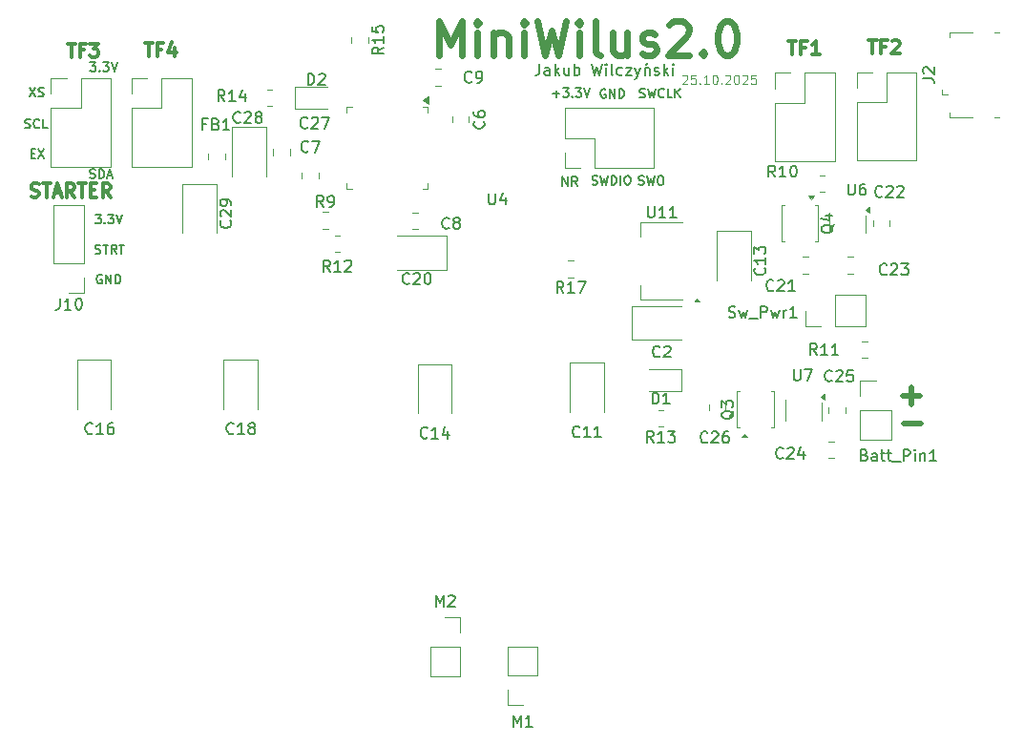
<source format=gbr>
%TF.GenerationSoftware,KiCad,Pcbnew,9.0.5*%
%TF.CreationDate,2025-10-26T18:09:26+01:00*%
%TF.ProjectId,MiniSumoSTM,4d696e69-5375-46d6-9f53-544d2e6b6963,rev?*%
%TF.SameCoordinates,Original*%
%TF.FileFunction,Legend,Top*%
%TF.FilePolarity,Positive*%
%FSLAX46Y46*%
G04 Gerber Fmt 4.6, Leading zero omitted, Abs format (unit mm)*
G04 Created by KiCad (PCBNEW 9.0.5) date 2025-10-26 18:09:26*
%MOMM*%
%LPD*%
G01*
G04 APERTURE LIST*
%ADD10C,0.100000*%
%ADD11C,0.150000*%
%ADD12C,0.600000*%
%ADD13C,0.500000*%
%ADD14C,0.300000*%
%ADD15C,0.120000*%
G04 APERTURE END LIST*
D10*
X169327693Y-71673085D02*
X169365789Y-71634990D01*
X169365789Y-71634990D02*
X169441979Y-71596895D01*
X169441979Y-71596895D02*
X169632455Y-71596895D01*
X169632455Y-71596895D02*
X169708646Y-71634990D01*
X169708646Y-71634990D02*
X169746741Y-71673085D01*
X169746741Y-71673085D02*
X169784836Y-71749276D01*
X169784836Y-71749276D02*
X169784836Y-71825466D01*
X169784836Y-71825466D02*
X169746741Y-71939752D01*
X169746741Y-71939752D02*
X169289598Y-72396895D01*
X169289598Y-72396895D02*
X169784836Y-72396895D01*
X170508646Y-71596895D02*
X170127694Y-71596895D01*
X170127694Y-71596895D02*
X170089598Y-71977847D01*
X170089598Y-71977847D02*
X170127694Y-71939752D01*
X170127694Y-71939752D02*
X170203884Y-71901657D01*
X170203884Y-71901657D02*
X170394360Y-71901657D01*
X170394360Y-71901657D02*
X170470551Y-71939752D01*
X170470551Y-71939752D02*
X170508646Y-71977847D01*
X170508646Y-71977847D02*
X170546741Y-72054038D01*
X170546741Y-72054038D02*
X170546741Y-72244514D01*
X170546741Y-72244514D02*
X170508646Y-72320704D01*
X170508646Y-72320704D02*
X170470551Y-72358800D01*
X170470551Y-72358800D02*
X170394360Y-72396895D01*
X170394360Y-72396895D02*
X170203884Y-72396895D01*
X170203884Y-72396895D02*
X170127694Y-72358800D01*
X170127694Y-72358800D02*
X170089598Y-72320704D01*
X170889599Y-72320704D02*
X170927694Y-72358800D01*
X170927694Y-72358800D02*
X170889599Y-72396895D01*
X170889599Y-72396895D02*
X170851503Y-72358800D01*
X170851503Y-72358800D02*
X170889599Y-72320704D01*
X170889599Y-72320704D02*
X170889599Y-72396895D01*
X171689598Y-72396895D02*
X171232455Y-72396895D01*
X171461027Y-72396895D02*
X171461027Y-71596895D01*
X171461027Y-71596895D02*
X171384836Y-71711180D01*
X171384836Y-71711180D02*
X171308646Y-71787371D01*
X171308646Y-71787371D02*
X171232455Y-71825466D01*
X172184837Y-71596895D02*
X172261027Y-71596895D01*
X172261027Y-71596895D02*
X172337218Y-71634990D01*
X172337218Y-71634990D02*
X172375313Y-71673085D01*
X172375313Y-71673085D02*
X172413408Y-71749276D01*
X172413408Y-71749276D02*
X172451503Y-71901657D01*
X172451503Y-71901657D02*
X172451503Y-72092133D01*
X172451503Y-72092133D02*
X172413408Y-72244514D01*
X172413408Y-72244514D02*
X172375313Y-72320704D01*
X172375313Y-72320704D02*
X172337218Y-72358800D01*
X172337218Y-72358800D02*
X172261027Y-72396895D01*
X172261027Y-72396895D02*
X172184837Y-72396895D01*
X172184837Y-72396895D02*
X172108646Y-72358800D01*
X172108646Y-72358800D02*
X172070551Y-72320704D01*
X172070551Y-72320704D02*
X172032456Y-72244514D01*
X172032456Y-72244514D02*
X171994360Y-72092133D01*
X171994360Y-72092133D02*
X171994360Y-71901657D01*
X171994360Y-71901657D02*
X172032456Y-71749276D01*
X172032456Y-71749276D02*
X172070551Y-71673085D01*
X172070551Y-71673085D02*
X172108646Y-71634990D01*
X172108646Y-71634990D02*
X172184837Y-71596895D01*
X172794361Y-72320704D02*
X172832456Y-72358800D01*
X172832456Y-72358800D02*
X172794361Y-72396895D01*
X172794361Y-72396895D02*
X172756265Y-72358800D01*
X172756265Y-72358800D02*
X172794361Y-72320704D01*
X172794361Y-72320704D02*
X172794361Y-72396895D01*
X173137217Y-71673085D02*
X173175313Y-71634990D01*
X173175313Y-71634990D02*
X173251503Y-71596895D01*
X173251503Y-71596895D02*
X173441979Y-71596895D01*
X173441979Y-71596895D02*
X173518170Y-71634990D01*
X173518170Y-71634990D02*
X173556265Y-71673085D01*
X173556265Y-71673085D02*
X173594360Y-71749276D01*
X173594360Y-71749276D02*
X173594360Y-71825466D01*
X173594360Y-71825466D02*
X173556265Y-71939752D01*
X173556265Y-71939752D02*
X173099122Y-72396895D01*
X173099122Y-72396895D02*
X173594360Y-72396895D01*
X174089599Y-71596895D02*
X174165789Y-71596895D01*
X174165789Y-71596895D02*
X174241980Y-71634990D01*
X174241980Y-71634990D02*
X174280075Y-71673085D01*
X174280075Y-71673085D02*
X174318170Y-71749276D01*
X174318170Y-71749276D02*
X174356265Y-71901657D01*
X174356265Y-71901657D02*
X174356265Y-72092133D01*
X174356265Y-72092133D02*
X174318170Y-72244514D01*
X174318170Y-72244514D02*
X174280075Y-72320704D01*
X174280075Y-72320704D02*
X174241980Y-72358800D01*
X174241980Y-72358800D02*
X174165789Y-72396895D01*
X174165789Y-72396895D02*
X174089599Y-72396895D01*
X174089599Y-72396895D02*
X174013408Y-72358800D01*
X174013408Y-72358800D02*
X173975313Y-72320704D01*
X173975313Y-72320704D02*
X173937218Y-72244514D01*
X173937218Y-72244514D02*
X173899122Y-72092133D01*
X173899122Y-72092133D02*
X173899122Y-71901657D01*
X173899122Y-71901657D02*
X173937218Y-71749276D01*
X173937218Y-71749276D02*
X173975313Y-71673085D01*
X173975313Y-71673085D02*
X174013408Y-71634990D01*
X174013408Y-71634990D02*
X174089599Y-71596895D01*
X174661027Y-71673085D02*
X174699123Y-71634990D01*
X174699123Y-71634990D02*
X174775313Y-71596895D01*
X174775313Y-71596895D02*
X174965789Y-71596895D01*
X174965789Y-71596895D02*
X175041980Y-71634990D01*
X175041980Y-71634990D02*
X175080075Y-71673085D01*
X175080075Y-71673085D02*
X175118170Y-71749276D01*
X175118170Y-71749276D02*
X175118170Y-71825466D01*
X175118170Y-71825466D02*
X175080075Y-71939752D01*
X175080075Y-71939752D02*
X174622932Y-72396895D01*
X174622932Y-72396895D02*
X175118170Y-72396895D01*
X175841980Y-71596895D02*
X175461028Y-71596895D01*
X175461028Y-71596895D02*
X175422932Y-71977847D01*
X175422932Y-71977847D02*
X175461028Y-71939752D01*
X175461028Y-71939752D02*
X175537218Y-71901657D01*
X175537218Y-71901657D02*
X175727694Y-71901657D01*
X175727694Y-71901657D02*
X175803885Y-71939752D01*
X175803885Y-71939752D02*
X175841980Y-71977847D01*
X175841980Y-71977847D02*
X175880075Y-72054038D01*
X175880075Y-72054038D02*
X175880075Y-72244514D01*
X175880075Y-72244514D02*
X175841980Y-72320704D01*
X175841980Y-72320704D02*
X175803885Y-72358800D01*
X175803885Y-72358800D02*
X175727694Y-72396895D01*
X175727694Y-72396895D02*
X175537218Y-72396895D01*
X175537218Y-72396895D02*
X175461028Y-72358800D01*
X175461028Y-72358800D02*
X175422932Y-72320704D01*
D11*
X116787969Y-70469295D02*
X117283207Y-70469295D01*
X117283207Y-70469295D02*
X117016541Y-70774057D01*
X117016541Y-70774057D02*
X117130826Y-70774057D01*
X117130826Y-70774057D02*
X117207017Y-70812152D01*
X117207017Y-70812152D02*
X117245112Y-70850247D01*
X117245112Y-70850247D02*
X117283207Y-70926438D01*
X117283207Y-70926438D02*
X117283207Y-71116914D01*
X117283207Y-71116914D02*
X117245112Y-71193104D01*
X117245112Y-71193104D02*
X117207017Y-71231200D01*
X117207017Y-71231200D02*
X117130826Y-71269295D01*
X117130826Y-71269295D02*
X116902255Y-71269295D01*
X116902255Y-71269295D02*
X116826064Y-71231200D01*
X116826064Y-71231200D02*
X116787969Y-71193104D01*
X117626065Y-71193104D02*
X117664160Y-71231200D01*
X117664160Y-71231200D02*
X117626065Y-71269295D01*
X117626065Y-71269295D02*
X117587969Y-71231200D01*
X117587969Y-71231200D02*
X117626065Y-71193104D01*
X117626065Y-71193104D02*
X117626065Y-71269295D01*
X117930826Y-70469295D02*
X118426064Y-70469295D01*
X118426064Y-70469295D02*
X118159398Y-70774057D01*
X118159398Y-70774057D02*
X118273683Y-70774057D01*
X118273683Y-70774057D02*
X118349874Y-70812152D01*
X118349874Y-70812152D02*
X118387969Y-70850247D01*
X118387969Y-70850247D02*
X118426064Y-70926438D01*
X118426064Y-70926438D02*
X118426064Y-71116914D01*
X118426064Y-71116914D02*
X118387969Y-71193104D01*
X118387969Y-71193104D02*
X118349874Y-71231200D01*
X118349874Y-71231200D02*
X118273683Y-71269295D01*
X118273683Y-71269295D02*
X118045112Y-71269295D01*
X118045112Y-71269295D02*
X117968921Y-71231200D01*
X117968921Y-71231200D02*
X117930826Y-71193104D01*
X118654636Y-70469295D02*
X118921303Y-71269295D01*
X118921303Y-71269295D02*
X119187969Y-70469295D01*
X116761064Y-80736200D02*
X116875350Y-80774295D01*
X116875350Y-80774295D02*
X117065826Y-80774295D01*
X117065826Y-80774295D02*
X117142017Y-80736200D01*
X117142017Y-80736200D02*
X117180112Y-80698104D01*
X117180112Y-80698104D02*
X117218207Y-80621914D01*
X117218207Y-80621914D02*
X117218207Y-80545723D01*
X117218207Y-80545723D02*
X117180112Y-80469533D01*
X117180112Y-80469533D02*
X117142017Y-80431438D01*
X117142017Y-80431438D02*
X117065826Y-80393342D01*
X117065826Y-80393342D02*
X116913445Y-80355247D01*
X116913445Y-80355247D02*
X116837255Y-80317152D01*
X116837255Y-80317152D02*
X116799160Y-80279057D01*
X116799160Y-80279057D02*
X116761064Y-80202866D01*
X116761064Y-80202866D02*
X116761064Y-80126676D01*
X116761064Y-80126676D02*
X116799160Y-80050485D01*
X116799160Y-80050485D02*
X116837255Y-80012390D01*
X116837255Y-80012390D02*
X116913445Y-79974295D01*
X116913445Y-79974295D02*
X117103922Y-79974295D01*
X117103922Y-79974295D02*
X117218207Y-80012390D01*
X117561065Y-80774295D02*
X117561065Y-79974295D01*
X117561065Y-79974295D02*
X117751541Y-79974295D01*
X117751541Y-79974295D02*
X117865827Y-80012390D01*
X117865827Y-80012390D02*
X117942017Y-80088580D01*
X117942017Y-80088580D02*
X117980112Y-80164771D01*
X117980112Y-80164771D02*
X118018208Y-80317152D01*
X118018208Y-80317152D02*
X118018208Y-80431438D01*
X118018208Y-80431438D02*
X117980112Y-80583819D01*
X117980112Y-80583819D02*
X117942017Y-80660009D01*
X117942017Y-80660009D02*
X117865827Y-80736200D01*
X117865827Y-80736200D02*
X117751541Y-80774295D01*
X117751541Y-80774295D02*
X117561065Y-80774295D01*
X118322969Y-80545723D02*
X118703922Y-80545723D01*
X118246779Y-80774295D02*
X118513446Y-79974295D01*
X118513446Y-79974295D02*
X118780112Y-80774295D01*
X165451064Y-81331200D02*
X165565350Y-81369295D01*
X165565350Y-81369295D02*
X165755826Y-81369295D01*
X165755826Y-81369295D02*
X165832017Y-81331200D01*
X165832017Y-81331200D02*
X165870112Y-81293104D01*
X165870112Y-81293104D02*
X165908207Y-81216914D01*
X165908207Y-81216914D02*
X165908207Y-81140723D01*
X165908207Y-81140723D02*
X165870112Y-81064533D01*
X165870112Y-81064533D02*
X165832017Y-81026438D01*
X165832017Y-81026438D02*
X165755826Y-80988342D01*
X165755826Y-80988342D02*
X165603445Y-80950247D01*
X165603445Y-80950247D02*
X165527255Y-80912152D01*
X165527255Y-80912152D02*
X165489160Y-80874057D01*
X165489160Y-80874057D02*
X165451064Y-80797866D01*
X165451064Y-80797866D02*
X165451064Y-80721676D01*
X165451064Y-80721676D02*
X165489160Y-80645485D01*
X165489160Y-80645485D02*
X165527255Y-80607390D01*
X165527255Y-80607390D02*
X165603445Y-80569295D01*
X165603445Y-80569295D02*
X165793922Y-80569295D01*
X165793922Y-80569295D02*
X165908207Y-80607390D01*
X166174874Y-80569295D02*
X166365350Y-81369295D01*
X166365350Y-81369295D02*
X166517731Y-80797866D01*
X166517731Y-80797866D02*
X166670112Y-81369295D01*
X166670112Y-81369295D02*
X166860589Y-80569295D01*
X167317732Y-80569295D02*
X167470113Y-80569295D01*
X167470113Y-80569295D02*
X167546303Y-80607390D01*
X167546303Y-80607390D02*
X167622494Y-80683580D01*
X167622494Y-80683580D02*
X167660589Y-80835961D01*
X167660589Y-80835961D02*
X167660589Y-81102628D01*
X167660589Y-81102628D02*
X167622494Y-81255009D01*
X167622494Y-81255009D02*
X167546303Y-81331200D01*
X167546303Y-81331200D02*
X167470113Y-81369295D01*
X167470113Y-81369295D02*
X167317732Y-81369295D01*
X167317732Y-81369295D02*
X167241541Y-81331200D01*
X167241541Y-81331200D02*
X167165351Y-81255009D01*
X167165351Y-81255009D02*
X167127255Y-81102628D01*
X167127255Y-81102628D02*
X167127255Y-80835961D01*
X167127255Y-80835961D02*
X167165351Y-80683580D01*
X167165351Y-80683580D02*
X167241541Y-80607390D01*
X167241541Y-80607390D02*
X167317732Y-80569295D01*
X161326064Y-81306200D02*
X161440350Y-81344295D01*
X161440350Y-81344295D02*
X161630826Y-81344295D01*
X161630826Y-81344295D02*
X161707017Y-81306200D01*
X161707017Y-81306200D02*
X161745112Y-81268104D01*
X161745112Y-81268104D02*
X161783207Y-81191914D01*
X161783207Y-81191914D02*
X161783207Y-81115723D01*
X161783207Y-81115723D02*
X161745112Y-81039533D01*
X161745112Y-81039533D02*
X161707017Y-81001438D01*
X161707017Y-81001438D02*
X161630826Y-80963342D01*
X161630826Y-80963342D02*
X161478445Y-80925247D01*
X161478445Y-80925247D02*
X161402255Y-80887152D01*
X161402255Y-80887152D02*
X161364160Y-80849057D01*
X161364160Y-80849057D02*
X161326064Y-80772866D01*
X161326064Y-80772866D02*
X161326064Y-80696676D01*
X161326064Y-80696676D02*
X161364160Y-80620485D01*
X161364160Y-80620485D02*
X161402255Y-80582390D01*
X161402255Y-80582390D02*
X161478445Y-80544295D01*
X161478445Y-80544295D02*
X161668922Y-80544295D01*
X161668922Y-80544295D02*
X161783207Y-80582390D01*
X162049874Y-80544295D02*
X162240350Y-81344295D01*
X162240350Y-81344295D02*
X162392731Y-80772866D01*
X162392731Y-80772866D02*
X162545112Y-81344295D01*
X162545112Y-81344295D02*
X162735589Y-80544295D01*
X163040351Y-81344295D02*
X163040351Y-80544295D01*
X163040351Y-80544295D02*
X163230827Y-80544295D01*
X163230827Y-80544295D02*
X163345113Y-80582390D01*
X163345113Y-80582390D02*
X163421303Y-80658580D01*
X163421303Y-80658580D02*
X163459398Y-80734771D01*
X163459398Y-80734771D02*
X163497494Y-80887152D01*
X163497494Y-80887152D02*
X163497494Y-81001438D01*
X163497494Y-81001438D02*
X163459398Y-81153819D01*
X163459398Y-81153819D02*
X163421303Y-81230009D01*
X163421303Y-81230009D02*
X163345113Y-81306200D01*
X163345113Y-81306200D02*
X163230827Y-81344295D01*
X163230827Y-81344295D02*
X163040351Y-81344295D01*
X163840351Y-81344295D02*
X163840351Y-80544295D01*
X164373684Y-80544295D02*
X164526065Y-80544295D01*
X164526065Y-80544295D02*
X164602255Y-80582390D01*
X164602255Y-80582390D02*
X164678446Y-80658580D01*
X164678446Y-80658580D02*
X164716541Y-80810961D01*
X164716541Y-80810961D02*
X164716541Y-81077628D01*
X164716541Y-81077628D02*
X164678446Y-81230009D01*
X164678446Y-81230009D02*
X164602255Y-81306200D01*
X164602255Y-81306200D02*
X164526065Y-81344295D01*
X164526065Y-81344295D02*
X164373684Y-81344295D01*
X164373684Y-81344295D02*
X164297493Y-81306200D01*
X164297493Y-81306200D02*
X164221303Y-81230009D01*
X164221303Y-81230009D02*
X164183207Y-81077628D01*
X164183207Y-81077628D02*
X164183207Y-80810961D01*
X164183207Y-80810961D02*
X164221303Y-80658580D01*
X164221303Y-80658580D02*
X164297493Y-80582390D01*
X164297493Y-80582390D02*
X164373684Y-80544295D01*
X158689160Y-81444295D02*
X158689160Y-80644295D01*
X158689160Y-80644295D02*
X159146303Y-81444295D01*
X159146303Y-81444295D02*
X159146303Y-80644295D01*
X159984398Y-81444295D02*
X159717731Y-81063342D01*
X159527255Y-81444295D02*
X159527255Y-80644295D01*
X159527255Y-80644295D02*
X159832017Y-80644295D01*
X159832017Y-80644295D02*
X159908207Y-80682390D01*
X159908207Y-80682390D02*
X159946302Y-80720485D01*
X159946302Y-80720485D02*
X159984398Y-80796676D01*
X159984398Y-80796676D02*
X159984398Y-80910961D01*
X159984398Y-80910961D02*
X159946302Y-80987152D01*
X159946302Y-80987152D02*
X159908207Y-81025247D01*
X159908207Y-81025247D02*
X159832017Y-81063342D01*
X159832017Y-81063342D02*
X159527255Y-81063342D01*
X165526064Y-73581200D02*
X165640350Y-73619295D01*
X165640350Y-73619295D02*
X165830826Y-73619295D01*
X165830826Y-73619295D02*
X165907017Y-73581200D01*
X165907017Y-73581200D02*
X165945112Y-73543104D01*
X165945112Y-73543104D02*
X165983207Y-73466914D01*
X165983207Y-73466914D02*
X165983207Y-73390723D01*
X165983207Y-73390723D02*
X165945112Y-73314533D01*
X165945112Y-73314533D02*
X165907017Y-73276438D01*
X165907017Y-73276438D02*
X165830826Y-73238342D01*
X165830826Y-73238342D02*
X165678445Y-73200247D01*
X165678445Y-73200247D02*
X165602255Y-73162152D01*
X165602255Y-73162152D02*
X165564160Y-73124057D01*
X165564160Y-73124057D02*
X165526064Y-73047866D01*
X165526064Y-73047866D02*
X165526064Y-72971676D01*
X165526064Y-72971676D02*
X165564160Y-72895485D01*
X165564160Y-72895485D02*
X165602255Y-72857390D01*
X165602255Y-72857390D02*
X165678445Y-72819295D01*
X165678445Y-72819295D02*
X165868922Y-72819295D01*
X165868922Y-72819295D02*
X165983207Y-72857390D01*
X166249874Y-72819295D02*
X166440350Y-73619295D01*
X166440350Y-73619295D02*
X166592731Y-73047866D01*
X166592731Y-73047866D02*
X166745112Y-73619295D01*
X166745112Y-73619295D02*
X166935589Y-72819295D01*
X167697494Y-73543104D02*
X167659398Y-73581200D01*
X167659398Y-73581200D02*
X167545113Y-73619295D01*
X167545113Y-73619295D02*
X167468922Y-73619295D01*
X167468922Y-73619295D02*
X167354636Y-73581200D01*
X167354636Y-73581200D02*
X167278446Y-73505009D01*
X167278446Y-73505009D02*
X167240351Y-73428819D01*
X167240351Y-73428819D02*
X167202255Y-73276438D01*
X167202255Y-73276438D02*
X167202255Y-73162152D01*
X167202255Y-73162152D02*
X167240351Y-73009771D01*
X167240351Y-73009771D02*
X167278446Y-72933580D01*
X167278446Y-72933580D02*
X167354636Y-72857390D01*
X167354636Y-72857390D02*
X167468922Y-72819295D01*
X167468922Y-72819295D02*
X167545113Y-72819295D01*
X167545113Y-72819295D02*
X167659398Y-72857390D01*
X167659398Y-72857390D02*
X167697494Y-72895485D01*
X168421303Y-73619295D02*
X168040351Y-73619295D01*
X168040351Y-73619295D02*
X168040351Y-72819295D01*
X168687970Y-73619295D02*
X168687970Y-72819295D01*
X169145113Y-73619295D02*
X168802255Y-73162152D01*
X169145113Y-72819295D02*
X168687970Y-73276438D01*
X162508207Y-72882390D02*
X162432017Y-72844295D01*
X162432017Y-72844295D02*
X162317731Y-72844295D01*
X162317731Y-72844295D02*
X162203445Y-72882390D01*
X162203445Y-72882390D02*
X162127255Y-72958580D01*
X162127255Y-72958580D02*
X162089160Y-73034771D01*
X162089160Y-73034771D02*
X162051064Y-73187152D01*
X162051064Y-73187152D02*
X162051064Y-73301438D01*
X162051064Y-73301438D02*
X162089160Y-73453819D01*
X162089160Y-73453819D02*
X162127255Y-73530009D01*
X162127255Y-73530009D02*
X162203445Y-73606200D01*
X162203445Y-73606200D02*
X162317731Y-73644295D01*
X162317731Y-73644295D02*
X162393922Y-73644295D01*
X162393922Y-73644295D02*
X162508207Y-73606200D01*
X162508207Y-73606200D02*
X162546303Y-73568104D01*
X162546303Y-73568104D02*
X162546303Y-73301438D01*
X162546303Y-73301438D02*
X162393922Y-73301438D01*
X162889160Y-73644295D02*
X162889160Y-72844295D01*
X162889160Y-72844295D02*
X163346303Y-73644295D01*
X163346303Y-73644295D02*
X163346303Y-72844295D01*
X163727255Y-73644295D02*
X163727255Y-72844295D01*
X163727255Y-72844295D02*
X163917731Y-72844295D01*
X163917731Y-72844295D02*
X164032017Y-72882390D01*
X164032017Y-72882390D02*
X164108207Y-72958580D01*
X164108207Y-72958580D02*
X164146302Y-73034771D01*
X164146302Y-73034771D02*
X164184398Y-73187152D01*
X164184398Y-73187152D02*
X164184398Y-73301438D01*
X164184398Y-73301438D02*
X164146302Y-73453819D01*
X164146302Y-73453819D02*
X164108207Y-73530009D01*
X164108207Y-73530009D02*
X164032017Y-73606200D01*
X164032017Y-73606200D02*
X163917731Y-73644295D01*
X163917731Y-73644295D02*
X163727255Y-73644295D01*
X157814160Y-73276578D02*
X158423684Y-73276578D01*
X158118922Y-73581340D02*
X158118922Y-72971816D01*
X158728445Y-72781340D02*
X159223683Y-72781340D01*
X159223683Y-72781340D02*
X158957017Y-73086102D01*
X158957017Y-73086102D02*
X159071302Y-73086102D01*
X159071302Y-73086102D02*
X159147493Y-73124197D01*
X159147493Y-73124197D02*
X159185588Y-73162292D01*
X159185588Y-73162292D02*
X159223683Y-73238483D01*
X159223683Y-73238483D02*
X159223683Y-73428959D01*
X159223683Y-73428959D02*
X159185588Y-73505149D01*
X159185588Y-73505149D02*
X159147493Y-73543245D01*
X159147493Y-73543245D02*
X159071302Y-73581340D01*
X159071302Y-73581340D02*
X158842731Y-73581340D01*
X158842731Y-73581340D02*
X158766540Y-73543245D01*
X158766540Y-73543245D02*
X158728445Y-73505149D01*
X159566541Y-73505149D02*
X159604636Y-73543245D01*
X159604636Y-73543245D02*
X159566541Y-73581340D01*
X159566541Y-73581340D02*
X159528445Y-73543245D01*
X159528445Y-73543245D02*
X159566541Y-73505149D01*
X159566541Y-73505149D02*
X159566541Y-73581340D01*
X159871302Y-72781340D02*
X160366540Y-72781340D01*
X160366540Y-72781340D02*
X160099874Y-73086102D01*
X160099874Y-73086102D02*
X160214159Y-73086102D01*
X160214159Y-73086102D02*
X160290350Y-73124197D01*
X160290350Y-73124197D02*
X160328445Y-73162292D01*
X160328445Y-73162292D02*
X160366540Y-73238483D01*
X160366540Y-73238483D02*
X160366540Y-73428959D01*
X160366540Y-73428959D02*
X160328445Y-73505149D01*
X160328445Y-73505149D02*
X160290350Y-73543245D01*
X160290350Y-73543245D02*
X160214159Y-73581340D01*
X160214159Y-73581340D02*
X159985588Y-73581340D01*
X159985588Y-73581340D02*
X159909397Y-73543245D01*
X159909397Y-73543245D02*
X159871302Y-73505149D01*
X160595112Y-72781340D02*
X160861779Y-73581340D01*
X160861779Y-73581340D02*
X161128445Y-72781340D01*
X117808207Y-89357390D02*
X117732017Y-89319295D01*
X117732017Y-89319295D02*
X117617731Y-89319295D01*
X117617731Y-89319295D02*
X117503445Y-89357390D01*
X117503445Y-89357390D02*
X117427255Y-89433580D01*
X117427255Y-89433580D02*
X117389160Y-89509771D01*
X117389160Y-89509771D02*
X117351064Y-89662152D01*
X117351064Y-89662152D02*
X117351064Y-89776438D01*
X117351064Y-89776438D02*
X117389160Y-89928819D01*
X117389160Y-89928819D02*
X117427255Y-90005009D01*
X117427255Y-90005009D02*
X117503445Y-90081200D01*
X117503445Y-90081200D02*
X117617731Y-90119295D01*
X117617731Y-90119295D02*
X117693922Y-90119295D01*
X117693922Y-90119295D02*
X117808207Y-90081200D01*
X117808207Y-90081200D02*
X117846303Y-90043104D01*
X117846303Y-90043104D02*
X117846303Y-89776438D01*
X117846303Y-89776438D02*
X117693922Y-89776438D01*
X118189160Y-90119295D02*
X118189160Y-89319295D01*
X118189160Y-89319295D02*
X118646303Y-90119295D01*
X118646303Y-90119295D02*
X118646303Y-89319295D01*
X119027255Y-90119295D02*
X119027255Y-89319295D01*
X119027255Y-89319295D02*
X119217731Y-89319295D01*
X119217731Y-89319295D02*
X119332017Y-89357390D01*
X119332017Y-89357390D02*
X119408207Y-89433580D01*
X119408207Y-89433580D02*
X119446302Y-89509771D01*
X119446302Y-89509771D02*
X119484398Y-89662152D01*
X119484398Y-89662152D02*
X119484398Y-89776438D01*
X119484398Y-89776438D02*
X119446302Y-89928819D01*
X119446302Y-89928819D02*
X119408207Y-90005009D01*
X119408207Y-90005009D02*
X119332017Y-90081200D01*
X119332017Y-90081200D02*
X119217731Y-90119295D01*
X119217731Y-90119295D02*
X119027255Y-90119295D01*
X117251064Y-87431200D02*
X117365350Y-87469295D01*
X117365350Y-87469295D02*
X117555826Y-87469295D01*
X117555826Y-87469295D02*
X117632017Y-87431200D01*
X117632017Y-87431200D02*
X117670112Y-87393104D01*
X117670112Y-87393104D02*
X117708207Y-87316914D01*
X117708207Y-87316914D02*
X117708207Y-87240723D01*
X117708207Y-87240723D02*
X117670112Y-87164533D01*
X117670112Y-87164533D02*
X117632017Y-87126438D01*
X117632017Y-87126438D02*
X117555826Y-87088342D01*
X117555826Y-87088342D02*
X117403445Y-87050247D01*
X117403445Y-87050247D02*
X117327255Y-87012152D01*
X117327255Y-87012152D02*
X117289160Y-86974057D01*
X117289160Y-86974057D02*
X117251064Y-86897866D01*
X117251064Y-86897866D02*
X117251064Y-86821676D01*
X117251064Y-86821676D02*
X117289160Y-86745485D01*
X117289160Y-86745485D02*
X117327255Y-86707390D01*
X117327255Y-86707390D02*
X117403445Y-86669295D01*
X117403445Y-86669295D02*
X117593922Y-86669295D01*
X117593922Y-86669295D02*
X117708207Y-86707390D01*
X117936779Y-86669295D02*
X118393922Y-86669295D01*
X118165350Y-87469295D02*
X118165350Y-86669295D01*
X119117732Y-87469295D02*
X118851065Y-87088342D01*
X118660589Y-87469295D02*
X118660589Y-86669295D01*
X118660589Y-86669295D02*
X118965351Y-86669295D01*
X118965351Y-86669295D02*
X119041541Y-86707390D01*
X119041541Y-86707390D02*
X119079636Y-86745485D01*
X119079636Y-86745485D02*
X119117732Y-86821676D01*
X119117732Y-86821676D02*
X119117732Y-86935961D01*
X119117732Y-86935961D02*
X119079636Y-87012152D01*
X119079636Y-87012152D02*
X119041541Y-87050247D01*
X119041541Y-87050247D02*
X118965351Y-87088342D01*
X118965351Y-87088342D02*
X118660589Y-87088342D01*
X119346303Y-86669295D02*
X119803446Y-86669295D01*
X119574874Y-87469295D02*
X119574874Y-86669295D01*
X117237969Y-83994295D02*
X117733207Y-83994295D01*
X117733207Y-83994295D02*
X117466541Y-84299057D01*
X117466541Y-84299057D02*
X117580826Y-84299057D01*
X117580826Y-84299057D02*
X117657017Y-84337152D01*
X117657017Y-84337152D02*
X117695112Y-84375247D01*
X117695112Y-84375247D02*
X117733207Y-84451438D01*
X117733207Y-84451438D02*
X117733207Y-84641914D01*
X117733207Y-84641914D02*
X117695112Y-84718104D01*
X117695112Y-84718104D02*
X117657017Y-84756200D01*
X117657017Y-84756200D02*
X117580826Y-84794295D01*
X117580826Y-84794295D02*
X117352255Y-84794295D01*
X117352255Y-84794295D02*
X117276064Y-84756200D01*
X117276064Y-84756200D02*
X117237969Y-84718104D01*
X118076065Y-84718104D02*
X118114160Y-84756200D01*
X118114160Y-84756200D02*
X118076065Y-84794295D01*
X118076065Y-84794295D02*
X118037969Y-84756200D01*
X118037969Y-84756200D02*
X118076065Y-84718104D01*
X118076065Y-84718104D02*
X118076065Y-84794295D01*
X118380826Y-83994295D02*
X118876064Y-83994295D01*
X118876064Y-83994295D02*
X118609398Y-84299057D01*
X118609398Y-84299057D02*
X118723683Y-84299057D01*
X118723683Y-84299057D02*
X118799874Y-84337152D01*
X118799874Y-84337152D02*
X118837969Y-84375247D01*
X118837969Y-84375247D02*
X118876064Y-84451438D01*
X118876064Y-84451438D02*
X118876064Y-84641914D01*
X118876064Y-84641914D02*
X118837969Y-84718104D01*
X118837969Y-84718104D02*
X118799874Y-84756200D01*
X118799874Y-84756200D02*
X118723683Y-84794295D01*
X118723683Y-84794295D02*
X118495112Y-84794295D01*
X118495112Y-84794295D02*
X118418921Y-84756200D01*
X118418921Y-84756200D02*
X118380826Y-84718104D01*
X119104636Y-83994295D02*
X119371303Y-84794295D01*
X119371303Y-84794295D02*
X119637969Y-83994295D01*
X111387969Y-72719295D02*
X111921303Y-73519295D01*
X111921303Y-72719295D02*
X111387969Y-73519295D01*
X112187969Y-73481200D02*
X112302255Y-73519295D01*
X112302255Y-73519295D02*
X112492731Y-73519295D01*
X112492731Y-73519295D02*
X112568922Y-73481200D01*
X112568922Y-73481200D02*
X112607017Y-73443104D01*
X112607017Y-73443104D02*
X112645112Y-73366914D01*
X112645112Y-73366914D02*
X112645112Y-73290723D01*
X112645112Y-73290723D02*
X112607017Y-73214533D01*
X112607017Y-73214533D02*
X112568922Y-73176438D01*
X112568922Y-73176438D02*
X112492731Y-73138342D01*
X112492731Y-73138342D02*
X112340350Y-73100247D01*
X112340350Y-73100247D02*
X112264160Y-73062152D01*
X112264160Y-73062152D02*
X112226065Y-73024057D01*
X112226065Y-73024057D02*
X112187969Y-72947866D01*
X112187969Y-72947866D02*
X112187969Y-72871676D01*
X112187969Y-72871676D02*
X112226065Y-72795485D01*
X112226065Y-72795485D02*
X112264160Y-72757390D01*
X112264160Y-72757390D02*
X112340350Y-72719295D01*
X112340350Y-72719295D02*
X112530827Y-72719295D01*
X112530827Y-72719295D02*
X112645112Y-72757390D01*
X156647493Y-70619819D02*
X156647493Y-71334104D01*
X156647493Y-71334104D02*
X156599874Y-71476961D01*
X156599874Y-71476961D02*
X156504636Y-71572200D01*
X156504636Y-71572200D02*
X156361779Y-71619819D01*
X156361779Y-71619819D02*
X156266541Y-71619819D01*
X157552255Y-71619819D02*
X157552255Y-71096009D01*
X157552255Y-71096009D02*
X157504636Y-71000771D01*
X157504636Y-71000771D02*
X157409398Y-70953152D01*
X157409398Y-70953152D02*
X157218922Y-70953152D01*
X157218922Y-70953152D02*
X157123684Y-71000771D01*
X157552255Y-71572200D02*
X157457017Y-71619819D01*
X157457017Y-71619819D02*
X157218922Y-71619819D01*
X157218922Y-71619819D02*
X157123684Y-71572200D01*
X157123684Y-71572200D02*
X157076065Y-71476961D01*
X157076065Y-71476961D02*
X157076065Y-71381723D01*
X157076065Y-71381723D02*
X157123684Y-71286485D01*
X157123684Y-71286485D02*
X157218922Y-71238866D01*
X157218922Y-71238866D02*
X157457017Y-71238866D01*
X157457017Y-71238866D02*
X157552255Y-71191247D01*
X158028446Y-71619819D02*
X158028446Y-70619819D01*
X158123684Y-71238866D02*
X158409398Y-71619819D01*
X158409398Y-70953152D02*
X158028446Y-71334104D01*
X159266541Y-70953152D02*
X159266541Y-71619819D01*
X158837970Y-70953152D02*
X158837970Y-71476961D01*
X158837970Y-71476961D02*
X158885589Y-71572200D01*
X158885589Y-71572200D02*
X158980827Y-71619819D01*
X158980827Y-71619819D02*
X159123684Y-71619819D01*
X159123684Y-71619819D02*
X159218922Y-71572200D01*
X159218922Y-71572200D02*
X159266541Y-71524580D01*
X159742732Y-71619819D02*
X159742732Y-70619819D01*
X159742732Y-71000771D02*
X159837970Y-70953152D01*
X159837970Y-70953152D02*
X160028446Y-70953152D01*
X160028446Y-70953152D02*
X160123684Y-71000771D01*
X160123684Y-71000771D02*
X160171303Y-71048390D01*
X160171303Y-71048390D02*
X160218922Y-71143628D01*
X160218922Y-71143628D02*
X160218922Y-71429342D01*
X160218922Y-71429342D02*
X160171303Y-71524580D01*
X160171303Y-71524580D02*
X160123684Y-71572200D01*
X160123684Y-71572200D02*
X160028446Y-71619819D01*
X160028446Y-71619819D02*
X159837970Y-71619819D01*
X159837970Y-71619819D02*
X159742732Y-71572200D01*
X161314161Y-70619819D02*
X161552256Y-71619819D01*
X161552256Y-71619819D02*
X161742732Y-70905533D01*
X161742732Y-70905533D02*
X161933208Y-71619819D01*
X161933208Y-71619819D02*
X162171304Y-70619819D01*
X162552256Y-71619819D02*
X162552256Y-70953152D01*
X162552256Y-70619819D02*
X162504637Y-70667438D01*
X162504637Y-70667438D02*
X162552256Y-70715057D01*
X162552256Y-70715057D02*
X162599875Y-70667438D01*
X162599875Y-70667438D02*
X162552256Y-70619819D01*
X162552256Y-70619819D02*
X162552256Y-70715057D01*
X163171303Y-71619819D02*
X163076065Y-71572200D01*
X163076065Y-71572200D02*
X163028446Y-71476961D01*
X163028446Y-71476961D02*
X163028446Y-70619819D01*
X163980827Y-71572200D02*
X163885589Y-71619819D01*
X163885589Y-71619819D02*
X163695113Y-71619819D01*
X163695113Y-71619819D02*
X163599875Y-71572200D01*
X163599875Y-71572200D02*
X163552256Y-71524580D01*
X163552256Y-71524580D02*
X163504637Y-71429342D01*
X163504637Y-71429342D02*
X163504637Y-71143628D01*
X163504637Y-71143628D02*
X163552256Y-71048390D01*
X163552256Y-71048390D02*
X163599875Y-71000771D01*
X163599875Y-71000771D02*
X163695113Y-70953152D01*
X163695113Y-70953152D02*
X163885589Y-70953152D01*
X163885589Y-70953152D02*
X163980827Y-71000771D01*
X164314161Y-70953152D02*
X164837970Y-70953152D01*
X164837970Y-70953152D02*
X164314161Y-71619819D01*
X164314161Y-71619819D02*
X164837970Y-71619819D01*
X165123685Y-70953152D02*
X165361780Y-71619819D01*
X165599875Y-70953152D02*
X165361780Y-71619819D01*
X165361780Y-71619819D02*
X165266542Y-71857914D01*
X165266542Y-71857914D02*
X165218923Y-71905533D01*
X165218923Y-71905533D02*
X165123685Y-71953152D01*
X165980828Y-70953152D02*
X165980828Y-71619819D01*
X165980828Y-71048390D02*
X166028447Y-71000771D01*
X166028447Y-71000771D02*
X166123685Y-70953152D01*
X166123685Y-70953152D02*
X166266542Y-70953152D01*
X166266542Y-70953152D02*
X166361780Y-71000771D01*
X166361780Y-71000771D02*
X166409399Y-71096009D01*
X166409399Y-71096009D02*
X166409399Y-71619819D01*
X166266542Y-70572200D02*
X166123685Y-70715057D01*
X166837971Y-71572200D02*
X166933209Y-71619819D01*
X166933209Y-71619819D02*
X167123685Y-71619819D01*
X167123685Y-71619819D02*
X167218923Y-71572200D01*
X167218923Y-71572200D02*
X167266542Y-71476961D01*
X167266542Y-71476961D02*
X167266542Y-71429342D01*
X167266542Y-71429342D02*
X167218923Y-71334104D01*
X167218923Y-71334104D02*
X167123685Y-71286485D01*
X167123685Y-71286485D02*
X166980828Y-71286485D01*
X166980828Y-71286485D02*
X166885590Y-71238866D01*
X166885590Y-71238866D02*
X166837971Y-71143628D01*
X166837971Y-71143628D02*
X166837971Y-71096009D01*
X166837971Y-71096009D02*
X166885590Y-71000771D01*
X166885590Y-71000771D02*
X166980828Y-70953152D01*
X166980828Y-70953152D02*
X167123685Y-70953152D01*
X167123685Y-70953152D02*
X167218923Y-71000771D01*
X167695114Y-71619819D02*
X167695114Y-70619819D01*
X167790352Y-71238866D02*
X168076066Y-71619819D01*
X168076066Y-70953152D02*
X167695114Y-71334104D01*
X168504638Y-71619819D02*
X168504638Y-70953152D01*
X168504638Y-70619819D02*
X168457019Y-70667438D01*
X168457019Y-70667438D02*
X168504638Y-70715057D01*
X168504638Y-70715057D02*
X168552257Y-70667438D01*
X168552257Y-70667438D02*
X168504638Y-70619819D01*
X168504638Y-70619819D02*
X168504638Y-70715057D01*
D12*
X147734021Y-69826657D02*
X147734021Y-66826657D01*
X147734021Y-66826657D02*
X148734021Y-68969514D01*
X148734021Y-68969514D02*
X149734021Y-66826657D01*
X149734021Y-66826657D02*
X149734021Y-69826657D01*
X151162592Y-69826657D02*
X151162592Y-67826657D01*
X151162592Y-66826657D02*
X151019735Y-66969514D01*
X151019735Y-66969514D02*
X151162592Y-67112371D01*
X151162592Y-67112371D02*
X151305449Y-66969514D01*
X151305449Y-66969514D02*
X151162592Y-66826657D01*
X151162592Y-66826657D02*
X151162592Y-67112371D01*
X152591163Y-67826657D02*
X152591163Y-69826657D01*
X152591163Y-68112371D02*
X152734020Y-67969514D01*
X152734020Y-67969514D02*
X153019735Y-67826657D01*
X153019735Y-67826657D02*
X153448306Y-67826657D01*
X153448306Y-67826657D02*
X153734020Y-67969514D01*
X153734020Y-67969514D02*
X153876878Y-68255228D01*
X153876878Y-68255228D02*
X153876878Y-69826657D01*
X155305449Y-69826657D02*
X155305449Y-67826657D01*
X155305449Y-66826657D02*
X155162592Y-66969514D01*
X155162592Y-66969514D02*
X155305449Y-67112371D01*
X155305449Y-67112371D02*
X155448306Y-66969514D01*
X155448306Y-66969514D02*
X155305449Y-66826657D01*
X155305449Y-66826657D02*
X155305449Y-67112371D01*
X156448306Y-66826657D02*
X157162592Y-69826657D01*
X157162592Y-69826657D02*
X157734020Y-67683800D01*
X157734020Y-67683800D02*
X158305449Y-69826657D01*
X158305449Y-69826657D02*
X159019735Y-66826657D01*
X160162591Y-69826657D02*
X160162591Y-67826657D01*
X160162591Y-66826657D02*
X160019734Y-66969514D01*
X160019734Y-66969514D02*
X160162591Y-67112371D01*
X160162591Y-67112371D02*
X160305448Y-66969514D01*
X160305448Y-66969514D02*
X160162591Y-66826657D01*
X160162591Y-66826657D02*
X160162591Y-67112371D01*
X162019734Y-69826657D02*
X161734019Y-69683800D01*
X161734019Y-69683800D02*
X161591162Y-69398085D01*
X161591162Y-69398085D02*
X161591162Y-66826657D01*
X164448306Y-67826657D02*
X164448306Y-69826657D01*
X163162591Y-67826657D02*
X163162591Y-69398085D01*
X163162591Y-69398085D02*
X163305448Y-69683800D01*
X163305448Y-69683800D02*
X163591163Y-69826657D01*
X163591163Y-69826657D02*
X164019734Y-69826657D01*
X164019734Y-69826657D02*
X164305448Y-69683800D01*
X164305448Y-69683800D02*
X164448306Y-69540942D01*
X165734020Y-69683800D02*
X166019734Y-69826657D01*
X166019734Y-69826657D02*
X166591163Y-69826657D01*
X166591163Y-69826657D02*
X166876877Y-69683800D01*
X166876877Y-69683800D02*
X167019734Y-69398085D01*
X167019734Y-69398085D02*
X167019734Y-69255228D01*
X167019734Y-69255228D02*
X166876877Y-68969514D01*
X166876877Y-68969514D02*
X166591163Y-68826657D01*
X166591163Y-68826657D02*
X166162592Y-68826657D01*
X166162592Y-68826657D02*
X165876877Y-68683800D01*
X165876877Y-68683800D02*
X165734020Y-68398085D01*
X165734020Y-68398085D02*
X165734020Y-68255228D01*
X165734020Y-68255228D02*
X165876877Y-67969514D01*
X165876877Y-67969514D02*
X166162592Y-67826657D01*
X166162592Y-67826657D02*
X166591163Y-67826657D01*
X166591163Y-67826657D02*
X166876877Y-67969514D01*
X168162591Y-67112371D02*
X168305448Y-66969514D01*
X168305448Y-66969514D02*
X168591163Y-66826657D01*
X168591163Y-66826657D02*
X169305448Y-66826657D01*
X169305448Y-66826657D02*
X169591163Y-66969514D01*
X169591163Y-66969514D02*
X169734020Y-67112371D01*
X169734020Y-67112371D02*
X169876877Y-67398085D01*
X169876877Y-67398085D02*
X169876877Y-67683800D01*
X169876877Y-67683800D02*
X169734020Y-68112371D01*
X169734020Y-68112371D02*
X168019734Y-69826657D01*
X168019734Y-69826657D02*
X169876877Y-69826657D01*
X171162591Y-69540942D02*
X171305448Y-69683800D01*
X171305448Y-69683800D02*
X171162591Y-69826657D01*
X171162591Y-69826657D02*
X171019734Y-69683800D01*
X171019734Y-69683800D02*
X171162591Y-69540942D01*
X171162591Y-69540942D02*
X171162591Y-69826657D01*
X173162591Y-66826657D02*
X173448305Y-66826657D01*
X173448305Y-66826657D02*
X173734019Y-66969514D01*
X173734019Y-66969514D02*
X173876877Y-67112371D01*
X173876877Y-67112371D02*
X174019734Y-67398085D01*
X174019734Y-67398085D02*
X174162591Y-67969514D01*
X174162591Y-67969514D02*
X174162591Y-68683800D01*
X174162591Y-68683800D02*
X174019734Y-69255228D01*
X174019734Y-69255228D02*
X173876877Y-69540942D01*
X173876877Y-69540942D02*
X173734019Y-69683800D01*
X173734019Y-69683800D02*
X173448305Y-69826657D01*
X173448305Y-69826657D02*
X173162591Y-69826657D01*
X173162591Y-69826657D02*
X172876877Y-69683800D01*
X172876877Y-69683800D02*
X172734019Y-69540942D01*
X172734019Y-69540942D02*
X172591162Y-69255228D01*
X172591162Y-69255228D02*
X172448305Y-68683800D01*
X172448305Y-68683800D02*
X172448305Y-67969514D01*
X172448305Y-67969514D02*
X172591162Y-67398085D01*
X172591162Y-67398085D02*
X172734019Y-67112371D01*
X172734019Y-67112371D02*
X172876877Y-66969514D01*
X172876877Y-66969514D02*
X173162591Y-66826657D01*
D11*
X111026064Y-76281200D02*
X111140350Y-76319295D01*
X111140350Y-76319295D02*
X111330826Y-76319295D01*
X111330826Y-76319295D02*
X111407017Y-76281200D01*
X111407017Y-76281200D02*
X111445112Y-76243104D01*
X111445112Y-76243104D02*
X111483207Y-76166914D01*
X111483207Y-76166914D02*
X111483207Y-76090723D01*
X111483207Y-76090723D02*
X111445112Y-76014533D01*
X111445112Y-76014533D02*
X111407017Y-75976438D01*
X111407017Y-75976438D02*
X111330826Y-75938342D01*
X111330826Y-75938342D02*
X111178445Y-75900247D01*
X111178445Y-75900247D02*
X111102255Y-75862152D01*
X111102255Y-75862152D02*
X111064160Y-75824057D01*
X111064160Y-75824057D02*
X111026064Y-75747866D01*
X111026064Y-75747866D02*
X111026064Y-75671676D01*
X111026064Y-75671676D02*
X111064160Y-75595485D01*
X111064160Y-75595485D02*
X111102255Y-75557390D01*
X111102255Y-75557390D02*
X111178445Y-75519295D01*
X111178445Y-75519295D02*
X111368922Y-75519295D01*
X111368922Y-75519295D02*
X111483207Y-75557390D01*
X112283208Y-76243104D02*
X112245112Y-76281200D01*
X112245112Y-76281200D02*
X112130827Y-76319295D01*
X112130827Y-76319295D02*
X112054636Y-76319295D01*
X112054636Y-76319295D02*
X111940350Y-76281200D01*
X111940350Y-76281200D02*
X111864160Y-76205009D01*
X111864160Y-76205009D02*
X111826065Y-76128819D01*
X111826065Y-76128819D02*
X111787969Y-75976438D01*
X111787969Y-75976438D02*
X111787969Y-75862152D01*
X111787969Y-75862152D02*
X111826065Y-75709771D01*
X111826065Y-75709771D02*
X111864160Y-75633580D01*
X111864160Y-75633580D02*
X111940350Y-75557390D01*
X111940350Y-75557390D02*
X112054636Y-75519295D01*
X112054636Y-75519295D02*
X112130827Y-75519295D01*
X112130827Y-75519295D02*
X112245112Y-75557390D01*
X112245112Y-75557390D02*
X112283208Y-75595485D01*
X113007017Y-76319295D02*
X112626065Y-76319295D01*
X112626065Y-76319295D02*
X112626065Y-75519295D01*
D13*
X188905137Y-100067333D02*
X190428947Y-100067333D01*
X189667042Y-100829238D02*
X189667042Y-99305428D01*
D11*
X111539160Y-78575247D02*
X111805826Y-78575247D01*
X111920112Y-78994295D02*
X111539160Y-78994295D01*
X111539160Y-78994295D02*
X111539160Y-78194295D01*
X111539160Y-78194295D02*
X111920112Y-78194295D01*
X112186779Y-78194295D02*
X112720113Y-78994295D01*
X112720113Y-78194295D02*
X112186779Y-78994295D01*
D13*
X188980137Y-102567333D02*
X190503947Y-102567333D01*
D14*
X111550939Y-82380400D02*
X111722368Y-82437542D01*
X111722368Y-82437542D02*
X112008082Y-82437542D01*
X112008082Y-82437542D02*
X112122368Y-82380400D01*
X112122368Y-82380400D02*
X112179510Y-82323257D01*
X112179510Y-82323257D02*
X112236653Y-82208971D01*
X112236653Y-82208971D02*
X112236653Y-82094685D01*
X112236653Y-82094685D02*
X112179510Y-81980400D01*
X112179510Y-81980400D02*
X112122368Y-81923257D01*
X112122368Y-81923257D02*
X112008082Y-81866114D01*
X112008082Y-81866114D02*
X111779510Y-81808971D01*
X111779510Y-81808971D02*
X111665225Y-81751828D01*
X111665225Y-81751828D02*
X111608082Y-81694685D01*
X111608082Y-81694685D02*
X111550939Y-81580400D01*
X111550939Y-81580400D02*
X111550939Y-81466114D01*
X111550939Y-81466114D02*
X111608082Y-81351828D01*
X111608082Y-81351828D02*
X111665225Y-81294685D01*
X111665225Y-81294685D02*
X111779510Y-81237542D01*
X111779510Y-81237542D02*
X112065225Y-81237542D01*
X112065225Y-81237542D02*
X112236653Y-81294685D01*
X112579510Y-81237542D02*
X113265225Y-81237542D01*
X112922367Y-82437542D02*
X112922367Y-81237542D01*
X113608082Y-82094685D02*
X114179511Y-82094685D01*
X113493796Y-82437542D02*
X113893796Y-81237542D01*
X113893796Y-81237542D02*
X114293796Y-82437542D01*
X115379510Y-82437542D02*
X114979510Y-81866114D01*
X114693796Y-82437542D02*
X114693796Y-81237542D01*
X114693796Y-81237542D02*
X115150939Y-81237542D01*
X115150939Y-81237542D02*
X115265224Y-81294685D01*
X115265224Y-81294685D02*
X115322367Y-81351828D01*
X115322367Y-81351828D02*
X115379510Y-81466114D01*
X115379510Y-81466114D02*
X115379510Y-81637542D01*
X115379510Y-81637542D02*
X115322367Y-81751828D01*
X115322367Y-81751828D02*
X115265224Y-81808971D01*
X115265224Y-81808971D02*
X115150939Y-81866114D01*
X115150939Y-81866114D02*
X114693796Y-81866114D01*
X115722367Y-81237542D02*
X116408082Y-81237542D01*
X116065224Y-82437542D02*
X116065224Y-81237542D01*
X116808082Y-81808971D02*
X117208082Y-81808971D01*
X117379510Y-82437542D02*
X116808082Y-82437542D01*
X116808082Y-82437542D02*
X116808082Y-81237542D01*
X116808082Y-81237542D02*
X117379510Y-81237542D01*
X118579510Y-82437542D02*
X118179510Y-81866114D01*
X117893796Y-82437542D02*
X117893796Y-81237542D01*
X117893796Y-81237542D02*
X118350939Y-81237542D01*
X118350939Y-81237542D02*
X118465224Y-81294685D01*
X118465224Y-81294685D02*
X118522367Y-81351828D01*
X118522367Y-81351828D02*
X118579510Y-81466114D01*
X118579510Y-81466114D02*
X118579510Y-81637542D01*
X118579510Y-81637542D02*
X118522367Y-81751828D01*
X118522367Y-81751828D02*
X118465224Y-81808971D01*
X118465224Y-81808971D02*
X118350939Y-81866114D01*
X118350939Y-81866114D02*
X117893796Y-81866114D01*
D11*
X182750057Y-84882738D02*
X182702438Y-84977976D01*
X182702438Y-84977976D02*
X182607200Y-85073214D01*
X182607200Y-85073214D02*
X182464342Y-85216071D01*
X182464342Y-85216071D02*
X182416723Y-85311309D01*
X182416723Y-85311309D02*
X182416723Y-85406547D01*
X182654819Y-85358928D02*
X182607200Y-85454166D01*
X182607200Y-85454166D02*
X182511961Y-85549404D01*
X182511961Y-85549404D02*
X182321485Y-85597023D01*
X182321485Y-85597023D02*
X181988152Y-85597023D01*
X181988152Y-85597023D02*
X181797676Y-85549404D01*
X181797676Y-85549404D02*
X181702438Y-85454166D01*
X181702438Y-85454166D02*
X181654819Y-85358928D01*
X181654819Y-85358928D02*
X181654819Y-85168452D01*
X181654819Y-85168452D02*
X181702438Y-85073214D01*
X181702438Y-85073214D02*
X181797676Y-84977976D01*
X181797676Y-84977976D02*
X181988152Y-84930357D01*
X181988152Y-84930357D02*
X182321485Y-84930357D01*
X182321485Y-84930357D02*
X182511961Y-84977976D01*
X182511961Y-84977976D02*
X182607200Y-85073214D01*
X182607200Y-85073214D02*
X182654819Y-85168452D01*
X182654819Y-85168452D02*
X182654819Y-85358928D01*
X181988152Y-84073214D02*
X182654819Y-84073214D01*
X181607200Y-84311309D02*
X182321485Y-84549404D01*
X182321485Y-84549404D02*
X182321485Y-83930357D01*
X173900057Y-101407738D02*
X173852438Y-101502976D01*
X173852438Y-101502976D02*
X173757200Y-101598214D01*
X173757200Y-101598214D02*
X173614342Y-101741071D01*
X173614342Y-101741071D02*
X173566723Y-101836309D01*
X173566723Y-101836309D02*
X173566723Y-101931547D01*
X173804819Y-101883928D02*
X173757200Y-101979166D01*
X173757200Y-101979166D02*
X173661961Y-102074404D01*
X173661961Y-102074404D02*
X173471485Y-102122023D01*
X173471485Y-102122023D02*
X173138152Y-102122023D01*
X173138152Y-102122023D02*
X172947676Y-102074404D01*
X172947676Y-102074404D02*
X172852438Y-101979166D01*
X172852438Y-101979166D02*
X172804819Y-101883928D01*
X172804819Y-101883928D02*
X172804819Y-101693452D01*
X172804819Y-101693452D02*
X172852438Y-101598214D01*
X172852438Y-101598214D02*
X172947676Y-101502976D01*
X172947676Y-101502976D02*
X173138152Y-101455357D01*
X173138152Y-101455357D02*
X173471485Y-101455357D01*
X173471485Y-101455357D02*
X173661961Y-101502976D01*
X173661961Y-101502976D02*
X173757200Y-101598214D01*
X173757200Y-101598214D02*
X173804819Y-101693452D01*
X173804819Y-101693452D02*
X173804819Y-101883928D01*
X172804819Y-101122023D02*
X172804819Y-100502976D01*
X172804819Y-100502976D02*
X173185771Y-100836309D01*
X173185771Y-100836309D02*
X173185771Y-100693452D01*
X173185771Y-100693452D02*
X173233390Y-100598214D01*
X173233390Y-100598214D02*
X173281009Y-100550595D01*
X173281009Y-100550595D02*
X173376247Y-100502976D01*
X173376247Y-100502976D02*
X173614342Y-100502976D01*
X173614342Y-100502976D02*
X173709580Y-100550595D01*
X173709580Y-100550595D02*
X173757200Y-100598214D01*
X173757200Y-100598214D02*
X173804819Y-100693452D01*
X173804819Y-100693452D02*
X173804819Y-100979166D01*
X173804819Y-100979166D02*
X173757200Y-101074404D01*
X173757200Y-101074404D02*
X173709580Y-101122023D01*
X182582142Y-98709580D02*
X182534523Y-98757200D01*
X182534523Y-98757200D02*
X182391666Y-98804819D01*
X182391666Y-98804819D02*
X182296428Y-98804819D01*
X182296428Y-98804819D02*
X182153571Y-98757200D01*
X182153571Y-98757200D02*
X182058333Y-98661961D01*
X182058333Y-98661961D02*
X182010714Y-98566723D01*
X182010714Y-98566723D02*
X181963095Y-98376247D01*
X181963095Y-98376247D02*
X181963095Y-98233390D01*
X181963095Y-98233390D02*
X182010714Y-98042914D01*
X182010714Y-98042914D02*
X182058333Y-97947676D01*
X182058333Y-97947676D02*
X182153571Y-97852438D01*
X182153571Y-97852438D02*
X182296428Y-97804819D01*
X182296428Y-97804819D02*
X182391666Y-97804819D01*
X182391666Y-97804819D02*
X182534523Y-97852438D01*
X182534523Y-97852438D02*
X182582142Y-97900057D01*
X182963095Y-97900057D02*
X183010714Y-97852438D01*
X183010714Y-97852438D02*
X183105952Y-97804819D01*
X183105952Y-97804819D02*
X183344047Y-97804819D01*
X183344047Y-97804819D02*
X183439285Y-97852438D01*
X183439285Y-97852438D02*
X183486904Y-97900057D01*
X183486904Y-97900057D02*
X183534523Y-97995295D01*
X183534523Y-97995295D02*
X183534523Y-98090533D01*
X183534523Y-98090533D02*
X183486904Y-98233390D01*
X183486904Y-98233390D02*
X182915476Y-98804819D01*
X182915476Y-98804819D02*
X183534523Y-98804819D01*
X184439285Y-97804819D02*
X183963095Y-97804819D01*
X183963095Y-97804819D02*
X183915476Y-98281009D01*
X183915476Y-98281009D02*
X183963095Y-98233390D01*
X183963095Y-98233390D02*
X184058333Y-98185771D01*
X184058333Y-98185771D02*
X184296428Y-98185771D01*
X184296428Y-98185771D02*
X184391666Y-98233390D01*
X184391666Y-98233390D02*
X184439285Y-98281009D01*
X184439285Y-98281009D02*
X184486904Y-98376247D01*
X184486904Y-98376247D02*
X184486904Y-98614342D01*
X184486904Y-98614342D02*
X184439285Y-98709580D01*
X184439285Y-98709580D02*
X184391666Y-98757200D01*
X184391666Y-98757200D02*
X184296428Y-98804819D01*
X184296428Y-98804819D02*
X184058333Y-98804819D01*
X184058333Y-98804819D02*
X183963095Y-98757200D01*
X183963095Y-98757200D02*
X183915476Y-98709580D01*
X190679819Y-71908333D02*
X191394104Y-71908333D01*
X191394104Y-71908333D02*
X191536961Y-71955952D01*
X191536961Y-71955952D02*
X191632200Y-72051190D01*
X191632200Y-72051190D02*
X191679819Y-72194047D01*
X191679819Y-72194047D02*
X191679819Y-72289285D01*
X190775057Y-71479761D02*
X190727438Y-71432142D01*
X190727438Y-71432142D02*
X190679819Y-71336904D01*
X190679819Y-71336904D02*
X190679819Y-71098809D01*
X190679819Y-71098809D02*
X190727438Y-71003571D01*
X190727438Y-71003571D02*
X190775057Y-70955952D01*
X190775057Y-70955952D02*
X190870295Y-70908333D01*
X190870295Y-70908333D02*
X190965533Y-70908333D01*
X190965533Y-70908333D02*
X191108390Y-70955952D01*
X191108390Y-70955952D02*
X191679819Y-71527380D01*
X191679819Y-71527380D02*
X191679819Y-70908333D01*
D14*
X121646428Y-68764542D02*
X122332143Y-68764542D01*
X121989285Y-69964542D02*
X121989285Y-68764542D01*
X123132143Y-69335971D02*
X122732143Y-69335971D01*
X122732143Y-69964542D02*
X122732143Y-68764542D01*
X122732143Y-68764542D02*
X123303571Y-68764542D01*
X124275000Y-69164542D02*
X124275000Y-69964542D01*
X123989285Y-68707400D02*
X123703571Y-69564542D01*
X123703571Y-69564542D02*
X124446428Y-69564542D01*
X178746428Y-68589542D02*
X179432143Y-68589542D01*
X179089285Y-69789542D02*
X179089285Y-68589542D01*
X180232143Y-69160971D02*
X179832143Y-69160971D01*
X179832143Y-69789542D02*
X179832143Y-68589542D01*
X179832143Y-68589542D02*
X180403571Y-68589542D01*
X181489285Y-69789542D02*
X180803571Y-69789542D01*
X181146428Y-69789542D02*
X181146428Y-68589542D01*
X181146428Y-68589542D02*
X181032142Y-68760971D01*
X181032142Y-68760971D02*
X180917857Y-68875257D01*
X180917857Y-68875257D02*
X180803571Y-68932400D01*
X114771428Y-68814542D02*
X115457143Y-68814542D01*
X115114285Y-70014542D02*
X115114285Y-68814542D01*
X116257143Y-69385971D02*
X115857143Y-69385971D01*
X115857143Y-70014542D02*
X115857143Y-68814542D01*
X115857143Y-68814542D02*
X116428571Y-68814542D01*
X116771428Y-68814542D02*
X117514285Y-68814542D01*
X117514285Y-68814542D02*
X117114285Y-69271685D01*
X117114285Y-69271685D02*
X117285714Y-69271685D01*
X117285714Y-69271685D02*
X117400000Y-69328828D01*
X117400000Y-69328828D02*
X117457142Y-69385971D01*
X117457142Y-69385971D02*
X117514285Y-69500257D01*
X117514285Y-69500257D02*
X117514285Y-69785971D01*
X117514285Y-69785971D02*
X117457142Y-69900257D01*
X117457142Y-69900257D02*
X117400000Y-69957400D01*
X117400000Y-69957400D02*
X117285714Y-70014542D01*
X117285714Y-70014542D02*
X116942857Y-70014542D01*
X116942857Y-70014542D02*
X116828571Y-69957400D01*
X116828571Y-69957400D02*
X116771428Y-69900257D01*
X185871428Y-68514542D02*
X186557143Y-68514542D01*
X186214285Y-69714542D02*
X186214285Y-68514542D01*
X187357143Y-69085971D02*
X186957143Y-69085971D01*
X186957143Y-69714542D02*
X186957143Y-68514542D01*
X186957143Y-68514542D02*
X187528571Y-68514542D01*
X187928571Y-68628828D02*
X187985714Y-68571685D01*
X187985714Y-68571685D02*
X188100000Y-68514542D01*
X188100000Y-68514542D02*
X188385714Y-68514542D01*
X188385714Y-68514542D02*
X188500000Y-68571685D01*
X188500000Y-68571685D02*
X188557142Y-68628828D01*
X188557142Y-68628828D02*
X188614285Y-68743114D01*
X188614285Y-68743114D02*
X188614285Y-68857400D01*
X188614285Y-68857400D02*
X188557142Y-69028828D01*
X188557142Y-69028828D02*
X187871428Y-69714542D01*
X187871428Y-69714542D02*
X188614285Y-69714542D01*
D11*
X173450000Y-93082200D02*
X173592857Y-93129819D01*
X173592857Y-93129819D02*
X173830952Y-93129819D01*
X173830952Y-93129819D02*
X173926190Y-93082200D01*
X173926190Y-93082200D02*
X173973809Y-93034580D01*
X173973809Y-93034580D02*
X174021428Y-92939342D01*
X174021428Y-92939342D02*
X174021428Y-92844104D01*
X174021428Y-92844104D02*
X173973809Y-92748866D01*
X173973809Y-92748866D02*
X173926190Y-92701247D01*
X173926190Y-92701247D02*
X173830952Y-92653628D01*
X173830952Y-92653628D02*
X173640476Y-92606009D01*
X173640476Y-92606009D02*
X173545238Y-92558390D01*
X173545238Y-92558390D02*
X173497619Y-92510771D01*
X173497619Y-92510771D02*
X173450000Y-92415533D01*
X173450000Y-92415533D02*
X173450000Y-92320295D01*
X173450000Y-92320295D02*
X173497619Y-92225057D01*
X173497619Y-92225057D02*
X173545238Y-92177438D01*
X173545238Y-92177438D02*
X173640476Y-92129819D01*
X173640476Y-92129819D02*
X173878571Y-92129819D01*
X173878571Y-92129819D02*
X174021428Y-92177438D01*
X174354762Y-92463152D02*
X174545238Y-93129819D01*
X174545238Y-93129819D02*
X174735714Y-92653628D01*
X174735714Y-92653628D02*
X174926190Y-93129819D01*
X174926190Y-93129819D02*
X175116666Y-92463152D01*
X175259524Y-93225057D02*
X176021428Y-93225057D01*
X176259524Y-93129819D02*
X176259524Y-92129819D01*
X176259524Y-92129819D02*
X176640476Y-92129819D01*
X176640476Y-92129819D02*
X176735714Y-92177438D01*
X176735714Y-92177438D02*
X176783333Y-92225057D01*
X176783333Y-92225057D02*
X176830952Y-92320295D01*
X176830952Y-92320295D02*
X176830952Y-92463152D01*
X176830952Y-92463152D02*
X176783333Y-92558390D01*
X176783333Y-92558390D02*
X176735714Y-92606009D01*
X176735714Y-92606009D02*
X176640476Y-92653628D01*
X176640476Y-92653628D02*
X176259524Y-92653628D01*
X177164286Y-92463152D02*
X177354762Y-93129819D01*
X177354762Y-93129819D02*
X177545238Y-92653628D01*
X177545238Y-92653628D02*
X177735714Y-93129819D01*
X177735714Y-93129819D02*
X177926190Y-92463152D01*
X178307143Y-93129819D02*
X178307143Y-92463152D01*
X178307143Y-92653628D02*
X178354762Y-92558390D01*
X178354762Y-92558390D02*
X178402381Y-92510771D01*
X178402381Y-92510771D02*
X178497619Y-92463152D01*
X178497619Y-92463152D02*
X178592857Y-92463152D01*
X179450000Y-93129819D02*
X178878572Y-93129819D01*
X179164286Y-93129819D02*
X179164286Y-92129819D01*
X179164286Y-92129819D02*
X179069048Y-92272676D01*
X179069048Y-92272676D02*
X178973810Y-92367914D01*
X178973810Y-92367914D02*
X178878572Y-92415533D01*
X114090476Y-91434819D02*
X114090476Y-92149104D01*
X114090476Y-92149104D02*
X114042857Y-92291961D01*
X114042857Y-92291961D02*
X113947619Y-92387200D01*
X113947619Y-92387200D02*
X113804762Y-92434819D01*
X113804762Y-92434819D02*
X113709524Y-92434819D01*
X115090476Y-92434819D02*
X114519048Y-92434819D01*
X114804762Y-92434819D02*
X114804762Y-91434819D01*
X114804762Y-91434819D02*
X114709524Y-91577676D01*
X114709524Y-91577676D02*
X114614286Y-91672914D01*
X114614286Y-91672914D02*
X114519048Y-91720533D01*
X115709524Y-91434819D02*
X115804762Y-91434819D01*
X115804762Y-91434819D02*
X115900000Y-91482438D01*
X115900000Y-91482438D02*
X115947619Y-91530057D01*
X115947619Y-91530057D02*
X115995238Y-91625295D01*
X115995238Y-91625295D02*
X116042857Y-91815771D01*
X116042857Y-91815771D02*
X116042857Y-92053866D01*
X116042857Y-92053866D02*
X115995238Y-92244342D01*
X115995238Y-92244342D02*
X115947619Y-92339580D01*
X115947619Y-92339580D02*
X115900000Y-92387200D01*
X115900000Y-92387200D02*
X115804762Y-92434819D01*
X115804762Y-92434819D02*
X115709524Y-92434819D01*
X115709524Y-92434819D02*
X115614286Y-92387200D01*
X115614286Y-92387200D02*
X115566667Y-92339580D01*
X115566667Y-92339580D02*
X115519048Y-92244342D01*
X115519048Y-92244342D02*
X115471429Y-92053866D01*
X115471429Y-92053866D02*
X115471429Y-91815771D01*
X115471429Y-91815771D02*
X115519048Y-91625295D01*
X115519048Y-91625295D02*
X115566667Y-91530057D01*
X115566667Y-91530057D02*
X115614286Y-91482438D01*
X115614286Y-91482438D02*
X115709524Y-91434819D01*
X185474999Y-105331009D02*
X185617856Y-105378628D01*
X185617856Y-105378628D02*
X185665475Y-105426247D01*
X185665475Y-105426247D02*
X185713094Y-105521485D01*
X185713094Y-105521485D02*
X185713094Y-105664342D01*
X185713094Y-105664342D02*
X185665475Y-105759580D01*
X185665475Y-105759580D02*
X185617856Y-105807200D01*
X185617856Y-105807200D02*
X185522618Y-105854819D01*
X185522618Y-105854819D02*
X185141666Y-105854819D01*
X185141666Y-105854819D02*
X185141666Y-104854819D01*
X185141666Y-104854819D02*
X185474999Y-104854819D01*
X185474999Y-104854819D02*
X185570237Y-104902438D01*
X185570237Y-104902438D02*
X185617856Y-104950057D01*
X185617856Y-104950057D02*
X185665475Y-105045295D01*
X185665475Y-105045295D02*
X185665475Y-105140533D01*
X185665475Y-105140533D02*
X185617856Y-105235771D01*
X185617856Y-105235771D02*
X185570237Y-105283390D01*
X185570237Y-105283390D02*
X185474999Y-105331009D01*
X185474999Y-105331009D02*
X185141666Y-105331009D01*
X186570237Y-105854819D02*
X186570237Y-105331009D01*
X186570237Y-105331009D02*
X186522618Y-105235771D01*
X186522618Y-105235771D02*
X186427380Y-105188152D01*
X186427380Y-105188152D02*
X186236904Y-105188152D01*
X186236904Y-105188152D02*
X186141666Y-105235771D01*
X186570237Y-105807200D02*
X186474999Y-105854819D01*
X186474999Y-105854819D02*
X186236904Y-105854819D01*
X186236904Y-105854819D02*
X186141666Y-105807200D01*
X186141666Y-105807200D02*
X186094047Y-105711961D01*
X186094047Y-105711961D02*
X186094047Y-105616723D01*
X186094047Y-105616723D02*
X186141666Y-105521485D01*
X186141666Y-105521485D02*
X186236904Y-105473866D01*
X186236904Y-105473866D02*
X186474999Y-105473866D01*
X186474999Y-105473866D02*
X186570237Y-105426247D01*
X186903571Y-105188152D02*
X187284523Y-105188152D01*
X187046428Y-104854819D02*
X187046428Y-105711961D01*
X187046428Y-105711961D02*
X187094047Y-105807200D01*
X187094047Y-105807200D02*
X187189285Y-105854819D01*
X187189285Y-105854819D02*
X187284523Y-105854819D01*
X187475000Y-105188152D02*
X187855952Y-105188152D01*
X187617857Y-104854819D02*
X187617857Y-105711961D01*
X187617857Y-105711961D02*
X187665476Y-105807200D01*
X187665476Y-105807200D02*
X187760714Y-105854819D01*
X187760714Y-105854819D02*
X187855952Y-105854819D01*
X187951191Y-105950057D02*
X188713095Y-105950057D01*
X188951191Y-105854819D02*
X188951191Y-104854819D01*
X188951191Y-104854819D02*
X189332143Y-104854819D01*
X189332143Y-104854819D02*
X189427381Y-104902438D01*
X189427381Y-104902438D02*
X189475000Y-104950057D01*
X189475000Y-104950057D02*
X189522619Y-105045295D01*
X189522619Y-105045295D02*
X189522619Y-105188152D01*
X189522619Y-105188152D02*
X189475000Y-105283390D01*
X189475000Y-105283390D02*
X189427381Y-105331009D01*
X189427381Y-105331009D02*
X189332143Y-105378628D01*
X189332143Y-105378628D02*
X188951191Y-105378628D01*
X189951191Y-105854819D02*
X189951191Y-105188152D01*
X189951191Y-104854819D02*
X189903572Y-104902438D01*
X189903572Y-104902438D02*
X189951191Y-104950057D01*
X189951191Y-104950057D02*
X189998810Y-104902438D01*
X189998810Y-104902438D02*
X189951191Y-104854819D01*
X189951191Y-104854819D02*
X189951191Y-104950057D01*
X190427381Y-105188152D02*
X190427381Y-105854819D01*
X190427381Y-105283390D02*
X190475000Y-105235771D01*
X190475000Y-105235771D02*
X190570238Y-105188152D01*
X190570238Y-105188152D02*
X190713095Y-105188152D01*
X190713095Y-105188152D02*
X190808333Y-105235771D01*
X190808333Y-105235771D02*
X190855952Y-105331009D01*
X190855952Y-105331009D02*
X190855952Y-105854819D01*
X191855952Y-105854819D02*
X191284524Y-105854819D01*
X191570238Y-105854819D02*
X191570238Y-104854819D01*
X191570238Y-104854819D02*
X191475000Y-104997676D01*
X191475000Y-104997676D02*
X191379762Y-105092914D01*
X191379762Y-105092914D02*
X191284524Y-105140533D01*
X167333333Y-96559580D02*
X167285714Y-96607200D01*
X167285714Y-96607200D02*
X167142857Y-96654819D01*
X167142857Y-96654819D02*
X167047619Y-96654819D01*
X167047619Y-96654819D02*
X166904762Y-96607200D01*
X166904762Y-96607200D02*
X166809524Y-96511961D01*
X166809524Y-96511961D02*
X166761905Y-96416723D01*
X166761905Y-96416723D02*
X166714286Y-96226247D01*
X166714286Y-96226247D02*
X166714286Y-96083390D01*
X166714286Y-96083390D02*
X166761905Y-95892914D01*
X166761905Y-95892914D02*
X166809524Y-95797676D01*
X166809524Y-95797676D02*
X166904762Y-95702438D01*
X166904762Y-95702438D02*
X167047619Y-95654819D01*
X167047619Y-95654819D02*
X167142857Y-95654819D01*
X167142857Y-95654819D02*
X167285714Y-95702438D01*
X167285714Y-95702438D02*
X167333333Y-95750057D01*
X167714286Y-95750057D02*
X167761905Y-95702438D01*
X167761905Y-95702438D02*
X167857143Y-95654819D01*
X167857143Y-95654819D02*
X168095238Y-95654819D01*
X168095238Y-95654819D02*
X168190476Y-95702438D01*
X168190476Y-95702438D02*
X168238095Y-95750057D01*
X168238095Y-95750057D02*
X168285714Y-95845295D01*
X168285714Y-95845295D02*
X168285714Y-95940533D01*
X168285714Y-95940533D02*
X168238095Y-96083390D01*
X168238095Y-96083390D02*
X167666667Y-96654819D01*
X167666667Y-96654819D02*
X168285714Y-96654819D01*
X151689580Y-75729166D02*
X151737200Y-75776785D01*
X151737200Y-75776785D02*
X151784819Y-75919642D01*
X151784819Y-75919642D02*
X151784819Y-76014880D01*
X151784819Y-76014880D02*
X151737200Y-76157737D01*
X151737200Y-76157737D02*
X151641961Y-76252975D01*
X151641961Y-76252975D02*
X151546723Y-76300594D01*
X151546723Y-76300594D02*
X151356247Y-76348213D01*
X151356247Y-76348213D02*
X151213390Y-76348213D01*
X151213390Y-76348213D02*
X151022914Y-76300594D01*
X151022914Y-76300594D02*
X150927676Y-76252975D01*
X150927676Y-76252975D02*
X150832438Y-76157737D01*
X150832438Y-76157737D02*
X150784819Y-76014880D01*
X150784819Y-76014880D02*
X150784819Y-75919642D01*
X150784819Y-75919642D02*
X150832438Y-75776785D01*
X150832438Y-75776785D02*
X150880057Y-75729166D01*
X150784819Y-74872023D02*
X150784819Y-75062499D01*
X150784819Y-75062499D02*
X150832438Y-75157737D01*
X150832438Y-75157737D02*
X150880057Y-75205356D01*
X150880057Y-75205356D02*
X151022914Y-75300594D01*
X151022914Y-75300594D02*
X151213390Y-75348213D01*
X151213390Y-75348213D02*
X151594342Y-75348213D01*
X151594342Y-75348213D02*
X151689580Y-75300594D01*
X151689580Y-75300594D02*
X151737200Y-75252975D01*
X151737200Y-75252975D02*
X151784819Y-75157737D01*
X151784819Y-75157737D02*
X151784819Y-74967261D01*
X151784819Y-74967261D02*
X151737200Y-74872023D01*
X151737200Y-74872023D02*
X151689580Y-74824404D01*
X151689580Y-74824404D02*
X151594342Y-74776785D01*
X151594342Y-74776785D02*
X151356247Y-74776785D01*
X151356247Y-74776785D02*
X151261009Y-74824404D01*
X151261009Y-74824404D02*
X151213390Y-74872023D01*
X151213390Y-74872023D02*
X151165771Y-74967261D01*
X151165771Y-74967261D02*
X151165771Y-75157737D01*
X151165771Y-75157737D02*
X151213390Y-75252975D01*
X151213390Y-75252975D02*
X151261009Y-75300594D01*
X151261009Y-75300594D02*
X151356247Y-75348213D01*
X136133333Y-78359580D02*
X136085714Y-78407200D01*
X136085714Y-78407200D02*
X135942857Y-78454819D01*
X135942857Y-78454819D02*
X135847619Y-78454819D01*
X135847619Y-78454819D02*
X135704762Y-78407200D01*
X135704762Y-78407200D02*
X135609524Y-78311961D01*
X135609524Y-78311961D02*
X135561905Y-78216723D01*
X135561905Y-78216723D02*
X135514286Y-78026247D01*
X135514286Y-78026247D02*
X135514286Y-77883390D01*
X135514286Y-77883390D02*
X135561905Y-77692914D01*
X135561905Y-77692914D02*
X135609524Y-77597676D01*
X135609524Y-77597676D02*
X135704762Y-77502438D01*
X135704762Y-77502438D02*
X135847619Y-77454819D01*
X135847619Y-77454819D02*
X135942857Y-77454819D01*
X135942857Y-77454819D02*
X136085714Y-77502438D01*
X136085714Y-77502438D02*
X136133333Y-77550057D01*
X136466667Y-77454819D02*
X137133333Y-77454819D01*
X137133333Y-77454819D02*
X136704762Y-78454819D01*
X148633333Y-85159580D02*
X148585714Y-85207200D01*
X148585714Y-85207200D02*
X148442857Y-85254819D01*
X148442857Y-85254819D02*
X148347619Y-85254819D01*
X148347619Y-85254819D02*
X148204762Y-85207200D01*
X148204762Y-85207200D02*
X148109524Y-85111961D01*
X148109524Y-85111961D02*
X148061905Y-85016723D01*
X148061905Y-85016723D02*
X148014286Y-84826247D01*
X148014286Y-84826247D02*
X148014286Y-84683390D01*
X148014286Y-84683390D02*
X148061905Y-84492914D01*
X148061905Y-84492914D02*
X148109524Y-84397676D01*
X148109524Y-84397676D02*
X148204762Y-84302438D01*
X148204762Y-84302438D02*
X148347619Y-84254819D01*
X148347619Y-84254819D02*
X148442857Y-84254819D01*
X148442857Y-84254819D02*
X148585714Y-84302438D01*
X148585714Y-84302438D02*
X148633333Y-84350057D01*
X149204762Y-84683390D02*
X149109524Y-84635771D01*
X149109524Y-84635771D02*
X149061905Y-84588152D01*
X149061905Y-84588152D02*
X149014286Y-84492914D01*
X149014286Y-84492914D02*
X149014286Y-84445295D01*
X149014286Y-84445295D02*
X149061905Y-84350057D01*
X149061905Y-84350057D02*
X149109524Y-84302438D01*
X149109524Y-84302438D02*
X149204762Y-84254819D01*
X149204762Y-84254819D02*
X149395238Y-84254819D01*
X149395238Y-84254819D02*
X149490476Y-84302438D01*
X149490476Y-84302438D02*
X149538095Y-84350057D01*
X149538095Y-84350057D02*
X149585714Y-84445295D01*
X149585714Y-84445295D02*
X149585714Y-84492914D01*
X149585714Y-84492914D02*
X149538095Y-84588152D01*
X149538095Y-84588152D02*
X149490476Y-84635771D01*
X149490476Y-84635771D02*
X149395238Y-84683390D01*
X149395238Y-84683390D02*
X149204762Y-84683390D01*
X149204762Y-84683390D02*
X149109524Y-84731009D01*
X149109524Y-84731009D02*
X149061905Y-84778628D01*
X149061905Y-84778628D02*
X149014286Y-84873866D01*
X149014286Y-84873866D02*
X149014286Y-85064342D01*
X149014286Y-85064342D02*
X149061905Y-85159580D01*
X149061905Y-85159580D02*
X149109524Y-85207200D01*
X149109524Y-85207200D02*
X149204762Y-85254819D01*
X149204762Y-85254819D02*
X149395238Y-85254819D01*
X149395238Y-85254819D02*
X149490476Y-85207200D01*
X149490476Y-85207200D02*
X149538095Y-85159580D01*
X149538095Y-85159580D02*
X149585714Y-85064342D01*
X149585714Y-85064342D02*
X149585714Y-84873866D01*
X149585714Y-84873866D02*
X149538095Y-84778628D01*
X149538095Y-84778628D02*
X149490476Y-84731009D01*
X149490476Y-84731009D02*
X149395238Y-84683390D01*
X150633333Y-72184580D02*
X150585714Y-72232200D01*
X150585714Y-72232200D02*
X150442857Y-72279819D01*
X150442857Y-72279819D02*
X150347619Y-72279819D01*
X150347619Y-72279819D02*
X150204762Y-72232200D01*
X150204762Y-72232200D02*
X150109524Y-72136961D01*
X150109524Y-72136961D02*
X150061905Y-72041723D01*
X150061905Y-72041723D02*
X150014286Y-71851247D01*
X150014286Y-71851247D02*
X150014286Y-71708390D01*
X150014286Y-71708390D02*
X150061905Y-71517914D01*
X150061905Y-71517914D02*
X150109524Y-71422676D01*
X150109524Y-71422676D02*
X150204762Y-71327438D01*
X150204762Y-71327438D02*
X150347619Y-71279819D01*
X150347619Y-71279819D02*
X150442857Y-71279819D01*
X150442857Y-71279819D02*
X150585714Y-71327438D01*
X150585714Y-71327438D02*
X150633333Y-71375057D01*
X151109524Y-72279819D02*
X151300000Y-72279819D01*
X151300000Y-72279819D02*
X151395238Y-72232200D01*
X151395238Y-72232200D02*
X151442857Y-72184580D01*
X151442857Y-72184580D02*
X151538095Y-72041723D01*
X151538095Y-72041723D02*
X151585714Y-71851247D01*
X151585714Y-71851247D02*
X151585714Y-71470295D01*
X151585714Y-71470295D02*
X151538095Y-71375057D01*
X151538095Y-71375057D02*
X151490476Y-71327438D01*
X151490476Y-71327438D02*
X151395238Y-71279819D01*
X151395238Y-71279819D02*
X151204762Y-71279819D01*
X151204762Y-71279819D02*
X151109524Y-71327438D01*
X151109524Y-71327438D02*
X151061905Y-71375057D01*
X151061905Y-71375057D02*
X151014286Y-71470295D01*
X151014286Y-71470295D02*
X151014286Y-71708390D01*
X151014286Y-71708390D02*
X151061905Y-71803628D01*
X151061905Y-71803628D02*
X151109524Y-71851247D01*
X151109524Y-71851247D02*
X151204762Y-71898866D01*
X151204762Y-71898866D02*
X151395238Y-71898866D01*
X151395238Y-71898866D02*
X151490476Y-71851247D01*
X151490476Y-71851247D02*
X151538095Y-71803628D01*
X151538095Y-71803628D02*
X151585714Y-71708390D01*
X160207142Y-103659580D02*
X160159523Y-103707200D01*
X160159523Y-103707200D02*
X160016666Y-103754819D01*
X160016666Y-103754819D02*
X159921428Y-103754819D01*
X159921428Y-103754819D02*
X159778571Y-103707200D01*
X159778571Y-103707200D02*
X159683333Y-103611961D01*
X159683333Y-103611961D02*
X159635714Y-103516723D01*
X159635714Y-103516723D02*
X159588095Y-103326247D01*
X159588095Y-103326247D02*
X159588095Y-103183390D01*
X159588095Y-103183390D02*
X159635714Y-102992914D01*
X159635714Y-102992914D02*
X159683333Y-102897676D01*
X159683333Y-102897676D02*
X159778571Y-102802438D01*
X159778571Y-102802438D02*
X159921428Y-102754819D01*
X159921428Y-102754819D02*
X160016666Y-102754819D01*
X160016666Y-102754819D02*
X160159523Y-102802438D01*
X160159523Y-102802438D02*
X160207142Y-102850057D01*
X161159523Y-103754819D02*
X160588095Y-103754819D01*
X160873809Y-103754819D02*
X160873809Y-102754819D01*
X160873809Y-102754819D02*
X160778571Y-102897676D01*
X160778571Y-102897676D02*
X160683333Y-102992914D01*
X160683333Y-102992914D02*
X160588095Y-103040533D01*
X162111904Y-103754819D02*
X161540476Y-103754819D01*
X161826190Y-103754819D02*
X161826190Y-102754819D01*
X161826190Y-102754819D02*
X161730952Y-102897676D01*
X161730952Y-102897676D02*
X161635714Y-102992914D01*
X161635714Y-102992914D02*
X161540476Y-103040533D01*
X176609580Y-88742857D02*
X176657200Y-88790476D01*
X176657200Y-88790476D02*
X176704819Y-88933333D01*
X176704819Y-88933333D02*
X176704819Y-89028571D01*
X176704819Y-89028571D02*
X176657200Y-89171428D01*
X176657200Y-89171428D02*
X176561961Y-89266666D01*
X176561961Y-89266666D02*
X176466723Y-89314285D01*
X176466723Y-89314285D02*
X176276247Y-89361904D01*
X176276247Y-89361904D02*
X176133390Y-89361904D01*
X176133390Y-89361904D02*
X175942914Y-89314285D01*
X175942914Y-89314285D02*
X175847676Y-89266666D01*
X175847676Y-89266666D02*
X175752438Y-89171428D01*
X175752438Y-89171428D02*
X175704819Y-89028571D01*
X175704819Y-89028571D02*
X175704819Y-88933333D01*
X175704819Y-88933333D02*
X175752438Y-88790476D01*
X175752438Y-88790476D02*
X175800057Y-88742857D01*
X176704819Y-87790476D02*
X176704819Y-88361904D01*
X176704819Y-88076190D02*
X175704819Y-88076190D01*
X175704819Y-88076190D02*
X175847676Y-88171428D01*
X175847676Y-88171428D02*
X175942914Y-88266666D01*
X175942914Y-88266666D02*
X175990533Y-88361904D01*
X175704819Y-87457142D02*
X175704819Y-86838095D01*
X175704819Y-86838095D02*
X176085771Y-87171428D01*
X176085771Y-87171428D02*
X176085771Y-87028571D01*
X176085771Y-87028571D02*
X176133390Y-86933333D01*
X176133390Y-86933333D02*
X176181009Y-86885714D01*
X176181009Y-86885714D02*
X176276247Y-86838095D01*
X176276247Y-86838095D02*
X176514342Y-86838095D01*
X176514342Y-86838095D02*
X176609580Y-86885714D01*
X176609580Y-86885714D02*
X176657200Y-86933333D01*
X176657200Y-86933333D02*
X176704819Y-87028571D01*
X176704819Y-87028571D02*
X176704819Y-87314285D01*
X176704819Y-87314285D02*
X176657200Y-87409523D01*
X176657200Y-87409523D02*
X176609580Y-87457142D01*
X146707142Y-103759580D02*
X146659523Y-103807200D01*
X146659523Y-103807200D02*
X146516666Y-103854819D01*
X146516666Y-103854819D02*
X146421428Y-103854819D01*
X146421428Y-103854819D02*
X146278571Y-103807200D01*
X146278571Y-103807200D02*
X146183333Y-103711961D01*
X146183333Y-103711961D02*
X146135714Y-103616723D01*
X146135714Y-103616723D02*
X146088095Y-103426247D01*
X146088095Y-103426247D02*
X146088095Y-103283390D01*
X146088095Y-103283390D02*
X146135714Y-103092914D01*
X146135714Y-103092914D02*
X146183333Y-102997676D01*
X146183333Y-102997676D02*
X146278571Y-102902438D01*
X146278571Y-102902438D02*
X146421428Y-102854819D01*
X146421428Y-102854819D02*
X146516666Y-102854819D01*
X146516666Y-102854819D02*
X146659523Y-102902438D01*
X146659523Y-102902438D02*
X146707142Y-102950057D01*
X147659523Y-103854819D02*
X147088095Y-103854819D01*
X147373809Y-103854819D02*
X147373809Y-102854819D01*
X147373809Y-102854819D02*
X147278571Y-102997676D01*
X147278571Y-102997676D02*
X147183333Y-103092914D01*
X147183333Y-103092914D02*
X147088095Y-103140533D01*
X148516666Y-103188152D02*
X148516666Y-103854819D01*
X148278571Y-102807200D02*
X148040476Y-103521485D01*
X148040476Y-103521485D02*
X148659523Y-103521485D01*
X116982142Y-103384580D02*
X116934523Y-103432200D01*
X116934523Y-103432200D02*
X116791666Y-103479819D01*
X116791666Y-103479819D02*
X116696428Y-103479819D01*
X116696428Y-103479819D02*
X116553571Y-103432200D01*
X116553571Y-103432200D02*
X116458333Y-103336961D01*
X116458333Y-103336961D02*
X116410714Y-103241723D01*
X116410714Y-103241723D02*
X116363095Y-103051247D01*
X116363095Y-103051247D02*
X116363095Y-102908390D01*
X116363095Y-102908390D02*
X116410714Y-102717914D01*
X116410714Y-102717914D02*
X116458333Y-102622676D01*
X116458333Y-102622676D02*
X116553571Y-102527438D01*
X116553571Y-102527438D02*
X116696428Y-102479819D01*
X116696428Y-102479819D02*
X116791666Y-102479819D01*
X116791666Y-102479819D02*
X116934523Y-102527438D01*
X116934523Y-102527438D02*
X116982142Y-102575057D01*
X117934523Y-103479819D02*
X117363095Y-103479819D01*
X117648809Y-103479819D02*
X117648809Y-102479819D01*
X117648809Y-102479819D02*
X117553571Y-102622676D01*
X117553571Y-102622676D02*
X117458333Y-102717914D01*
X117458333Y-102717914D02*
X117363095Y-102765533D01*
X118791666Y-102479819D02*
X118601190Y-102479819D01*
X118601190Y-102479819D02*
X118505952Y-102527438D01*
X118505952Y-102527438D02*
X118458333Y-102575057D01*
X118458333Y-102575057D02*
X118363095Y-102717914D01*
X118363095Y-102717914D02*
X118315476Y-102908390D01*
X118315476Y-102908390D02*
X118315476Y-103289342D01*
X118315476Y-103289342D02*
X118363095Y-103384580D01*
X118363095Y-103384580D02*
X118410714Y-103432200D01*
X118410714Y-103432200D02*
X118505952Y-103479819D01*
X118505952Y-103479819D02*
X118696428Y-103479819D01*
X118696428Y-103479819D02*
X118791666Y-103432200D01*
X118791666Y-103432200D02*
X118839285Y-103384580D01*
X118839285Y-103384580D02*
X118886904Y-103289342D01*
X118886904Y-103289342D02*
X118886904Y-103051247D01*
X118886904Y-103051247D02*
X118839285Y-102956009D01*
X118839285Y-102956009D02*
X118791666Y-102908390D01*
X118791666Y-102908390D02*
X118696428Y-102860771D01*
X118696428Y-102860771D02*
X118505952Y-102860771D01*
X118505952Y-102860771D02*
X118410714Y-102908390D01*
X118410714Y-102908390D02*
X118363095Y-102956009D01*
X118363095Y-102956009D02*
X118315476Y-103051247D01*
X129507142Y-103384580D02*
X129459523Y-103432200D01*
X129459523Y-103432200D02*
X129316666Y-103479819D01*
X129316666Y-103479819D02*
X129221428Y-103479819D01*
X129221428Y-103479819D02*
X129078571Y-103432200D01*
X129078571Y-103432200D02*
X128983333Y-103336961D01*
X128983333Y-103336961D02*
X128935714Y-103241723D01*
X128935714Y-103241723D02*
X128888095Y-103051247D01*
X128888095Y-103051247D02*
X128888095Y-102908390D01*
X128888095Y-102908390D02*
X128935714Y-102717914D01*
X128935714Y-102717914D02*
X128983333Y-102622676D01*
X128983333Y-102622676D02*
X129078571Y-102527438D01*
X129078571Y-102527438D02*
X129221428Y-102479819D01*
X129221428Y-102479819D02*
X129316666Y-102479819D01*
X129316666Y-102479819D02*
X129459523Y-102527438D01*
X129459523Y-102527438D02*
X129507142Y-102575057D01*
X130459523Y-103479819D02*
X129888095Y-103479819D01*
X130173809Y-103479819D02*
X130173809Y-102479819D01*
X130173809Y-102479819D02*
X130078571Y-102622676D01*
X130078571Y-102622676D02*
X129983333Y-102717914D01*
X129983333Y-102717914D02*
X129888095Y-102765533D01*
X131030952Y-102908390D02*
X130935714Y-102860771D01*
X130935714Y-102860771D02*
X130888095Y-102813152D01*
X130888095Y-102813152D02*
X130840476Y-102717914D01*
X130840476Y-102717914D02*
X130840476Y-102670295D01*
X130840476Y-102670295D02*
X130888095Y-102575057D01*
X130888095Y-102575057D02*
X130935714Y-102527438D01*
X130935714Y-102527438D02*
X131030952Y-102479819D01*
X131030952Y-102479819D02*
X131221428Y-102479819D01*
X131221428Y-102479819D02*
X131316666Y-102527438D01*
X131316666Y-102527438D02*
X131364285Y-102575057D01*
X131364285Y-102575057D02*
X131411904Y-102670295D01*
X131411904Y-102670295D02*
X131411904Y-102717914D01*
X131411904Y-102717914D02*
X131364285Y-102813152D01*
X131364285Y-102813152D02*
X131316666Y-102860771D01*
X131316666Y-102860771D02*
X131221428Y-102908390D01*
X131221428Y-102908390D02*
X131030952Y-102908390D01*
X131030952Y-102908390D02*
X130935714Y-102956009D01*
X130935714Y-102956009D02*
X130888095Y-103003628D01*
X130888095Y-103003628D02*
X130840476Y-103098866D01*
X130840476Y-103098866D02*
X130840476Y-103289342D01*
X130840476Y-103289342D02*
X130888095Y-103384580D01*
X130888095Y-103384580D02*
X130935714Y-103432200D01*
X130935714Y-103432200D02*
X131030952Y-103479819D01*
X131030952Y-103479819D02*
X131221428Y-103479819D01*
X131221428Y-103479819D02*
X131316666Y-103432200D01*
X131316666Y-103432200D02*
X131364285Y-103384580D01*
X131364285Y-103384580D02*
X131411904Y-103289342D01*
X131411904Y-103289342D02*
X131411904Y-103098866D01*
X131411904Y-103098866D02*
X131364285Y-103003628D01*
X131364285Y-103003628D02*
X131316666Y-102956009D01*
X131316666Y-102956009D02*
X131221428Y-102908390D01*
X145107142Y-90072080D02*
X145059523Y-90119700D01*
X145059523Y-90119700D02*
X144916666Y-90167319D01*
X144916666Y-90167319D02*
X144821428Y-90167319D01*
X144821428Y-90167319D02*
X144678571Y-90119700D01*
X144678571Y-90119700D02*
X144583333Y-90024461D01*
X144583333Y-90024461D02*
X144535714Y-89929223D01*
X144535714Y-89929223D02*
X144488095Y-89738747D01*
X144488095Y-89738747D02*
X144488095Y-89595890D01*
X144488095Y-89595890D02*
X144535714Y-89405414D01*
X144535714Y-89405414D02*
X144583333Y-89310176D01*
X144583333Y-89310176D02*
X144678571Y-89214938D01*
X144678571Y-89214938D02*
X144821428Y-89167319D01*
X144821428Y-89167319D02*
X144916666Y-89167319D01*
X144916666Y-89167319D02*
X145059523Y-89214938D01*
X145059523Y-89214938D02*
X145107142Y-89262557D01*
X145488095Y-89262557D02*
X145535714Y-89214938D01*
X145535714Y-89214938D02*
X145630952Y-89167319D01*
X145630952Y-89167319D02*
X145869047Y-89167319D01*
X145869047Y-89167319D02*
X145964285Y-89214938D01*
X145964285Y-89214938D02*
X146011904Y-89262557D01*
X146011904Y-89262557D02*
X146059523Y-89357795D01*
X146059523Y-89357795D02*
X146059523Y-89453033D01*
X146059523Y-89453033D02*
X146011904Y-89595890D01*
X146011904Y-89595890D02*
X145440476Y-90167319D01*
X145440476Y-90167319D02*
X146059523Y-90167319D01*
X146678571Y-89167319D02*
X146773809Y-89167319D01*
X146773809Y-89167319D02*
X146869047Y-89214938D01*
X146869047Y-89214938D02*
X146916666Y-89262557D01*
X146916666Y-89262557D02*
X146964285Y-89357795D01*
X146964285Y-89357795D02*
X147011904Y-89548271D01*
X147011904Y-89548271D02*
X147011904Y-89786366D01*
X147011904Y-89786366D02*
X146964285Y-89976842D01*
X146964285Y-89976842D02*
X146916666Y-90072080D01*
X146916666Y-90072080D02*
X146869047Y-90119700D01*
X146869047Y-90119700D02*
X146773809Y-90167319D01*
X146773809Y-90167319D02*
X146678571Y-90167319D01*
X146678571Y-90167319D02*
X146583333Y-90119700D01*
X146583333Y-90119700D02*
X146535714Y-90072080D01*
X146535714Y-90072080D02*
X146488095Y-89976842D01*
X146488095Y-89976842D02*
X146440476Y-89786366D01*
X146440476Y-89786366D02*
X146440476Y-89548271D01*
X146440476Y-89548271D02*
X146488095Y-89357795D01*
X146488095Y-89357795D02*
X146535714Y-89262557D01*
X146535714Y-89262557D02*
X146583333Y-89214938D01*
X146583333Y-89214938D02*
X146678571Y-89167319D01*
X177407142Y-90684580D02*
X177359523Y-90732200D01*
X177359523Y-90732200D02*
X177216666Y-90779819D01*
X177216666Y-90779819D02*
X177121428Y-90779819D01*
X177121428Y-90779819D02*
X176978571Y-90732200D01*
X176978571Y-90732200D02*
X176883333Y-90636961D01*
X176883333Y-90636961D02*
X176835714Y-90541723D01*
X176835714Y-90541723D02*
X176788095Y-90351247D01*
X176788095Y-90351247D02*
X176788095Y-90208390D01*
X176788095Y-90208390D02*
X176835714Y-90017914D01*
X176835714Y-90017914D02*
X176883333Y-89922676D01*
X176883333Y-89922676D02*
X176978571Y-89827438D01*
X176978571Y-89827438D02*
X177121428Y-89779819D01*
X177121428Y-89779819D02*
X177216666Y-89779819D01*
X177216666Y-89779819D02*
X177359523Y-89827438D01*
X177359523Y-89827438D02*
X177407142Y-89875057D01*
X177788095Y-89875057D02*
X177835714Y-89827438D01*
X177835714Y-89827438D02*
X177930952Y-89779819D01*
X177930952Y-89779819D02*
X178169047Y-89779819D01*
X178169047Y-89779819D02*
X178264285Y-89827438D01*
X178264285Y-89827438D02*
X178311904Y-89875057D01*
X178311904Y-89875057D02*
X178359523Y-89970295D01*
X178359523Y-89970295D02*
X178359523Y-90065533D01*
X178359523Y-90065533D02*
X178311904Y-90208390D01*
X178311904Y-90208390D02*
X177740476Y-90779819D01*
X177740476Y-90779819D02*
X178359523Y-90779819D01*
X179311904Y-90779819D02*
X178740476Y-90779819D01*
X179026190Y-90779819D02*
X179026190Y-89779819D01*
X179026190Y-89779819D02*
X178930952Y-89922676D01*
X178930952Y-89922676D02*
X178835714Y-90017914D01*
X178835714Y-90017914D02*
X178740476Y-90065533D01*
X187057142Y-82359580D02*
X187009523Y-82407200D01*
X187009523Y-82407200D02*
X186866666Y-82454819D01*
X186866666Y-82454819D02*
X186771428Y-82454819D01*
X186771428Y-82454819D02*
X186628571Y-82407200D01*
X186628571Y-82407200D02*
X186533333Y-82311961D01*
X186533333Y-82311961D02*
X186485714Y-82216723D01*
X186485714Y-82216723D02*
X186438095Y-82026247D01*
X186438095Y-82026247D02*
X186438095Y-81883390D01*
X186438095Y-81883390D02*
X186485714Y-81692914D01*
X186485714Y-81692914D02*
X186533333Y-81597676D01*
X186533333Y-81597676D02*
X186628571Y-81502438D01*
X186628571Y-81502438D02*
X186771428Y-81454819D01*
X186771428Y-81454819D02*
X186866666Y-81454819D01*
X186866666Y-81454819D02*
X187009523Y-81502438D01*
X187009523Y-81502438D02*
X187057142Y-81550057D01*
X187438095Y-81550057D02*
X187485714Y-81502438D01*
X187485714Y-81502438D02*
X187580952Y-81454819D01*
X187580952Y-81454819D02*
X187819047Y-81454819D01*
X187819047Y-81454819D02*
X187914285Y-81502438D01*
X187914285Y-81502438D02*
X187961904Y-81550057D01*
X187961904Y-81550057D02*
X188009523Y-81645295D01*
X188009523Y-81645295D02*
X188009523Y-81740533D01*
X188009523Y-81740533D02*
X187961904Y-81883390D01*
X187961904Y-81883390D02*
X187390476Y-82454819D01*
X187390476Y-82454819D02*
X188009523Y-82454819D01*
X188390476Y-81550057D02*
X188438095Y-81502438D01*
X188438095Y-81502438D02*
X188533333Y-81454819D01*
X188533333Y-81454819D02*
X188771428Y-81454819D01*
X188771428Y-81454819D02*
X188866666Y-81502438D01*
X188866666Y-81502438D02*
X188914285Y-81550057D01*
X188914285Y-81550057D02*
X188961904Y-81645295D01*
X188961904Y-81645295D02*
X188961904Y-81740533D01*
X188961904Y-81740533D02*
X188914285Y-81883390D01*
X188914285Y-81883390D02*
X188342857Y-82454819D01*
X188342857Y-82454819D02*
X188961904Y-82454819D01*
X187457142Y-89259580D02*
X187409523Y-89307200D01*
X187409523Y-89307200D02*
X187266666Y-89354819D01*
X187266666Y-89354819D02*
X187171428Y-89354819D01*
X187171428Y-89354819D02*
X187028571Y-89307200D01*
X187028571Y-89307200D02*
X186933333Y-89211961D01*
X186933333Y-89211961D02*
X186885714Y-89116723D01*
X186885714Y-89116723D02*
X186838095Y-88926247D01*
X186838095Y-88926247D02*
X186838095Y-88783390D01*
X186838095Y-88783390D02*
X186885714Y-88592914D01*
X186885714Y-88592914D02*
X186933333Y-88497676D01*
X186933333Y-88497676D02*
X187028571Y-88402438D01*
X187028571Y-88402438D02*
X187171428Y-88354819D01*
X187171428Y-88354819D02*
X187266666Y-88354819D01*
X187266666Y-88354819D02*
X187409523Y-88402438D01*
X187409523Y-88402438D02*
X187457142Y-88450057D01*
X187838095Y-88450057D02*
X187885714Y-88402438D01*
X187885714Y-88402438D02*
X187980952Y-88354819D01*
X187980952Y-88354819D02*
X188219047Y-88354819D01*
X188219047Y-88354819D02*
X188314285Y-88402438D01*
X188314285Y-88402438D02*
X188361904Y-88450057D01*
X188361904Y-88450057D02*
X188409523Y-88545295D01*
X188409523Y-88545295D02*
X188409523Y-88640533D01*
X188409523Y-88640533D02*
X188361904Y-88783390D01*
X188361904Y-88783390D02*
X187790476Y-89354819D01*
X187790476Y-89354819D02*
X188409523Y-89354819D01*
X188742857Y-88354819D02*
X189361904Y-88354819D01*
X189361904Y-88354819D02*
X189028571Y-88735771D01*
X189028571Y-88735771D02*
X189171428Y-88735771D01*
X189171428Y-88735771D02*
X189266666Y-88783390D01*
X189266666Y-88783390D02*
X189314285Y-88831009D01*
X189314285Y-88831009D02*
X189361904Y-88926247D01*
X189361904Y-88926247D02*
X189361904Y-89164342D01*
X189361904Y-89164342D02*
X189314285Y-89259580D01*
X189314285Y-89259580D02*
X189266666Y-89307200D01*
X189266666Y-89307200D02*
X189171428Y-89354819D01*
X189171428Y-89354819D02*
X188885714Y-89354819D01*
X188885714Y-89354819D02*
X188790476Y-89307200D01*
X188790476Y-89307200D02*
X188742857Y-89259580D01*
X178257142Y-105559580D02*
X178209523Y-105607200D01*
X178209523Y-105607200D02*
X178066666Y-105654819D01*
X178066666Y-105654819D02*
X177971428Y-105654819D01*
X177971428Y-105654819D02*
X177828571Y-105607200D01*
X177828571Y-105607200D02*
X177733333Y-105511961D01*
X177733333Y-105511961D02*
X177685714Y-105416723D01*
X177685714Y-105416723D02*
X177638095Y-105226247D01*
X177638095Y-105226247D02*
X177638095Y-105083390D01*
X177638095Y-105083390D02*
X177685714Y-104892914D01*
X177685714Y-104892914D02*
X177733333Y-104797676D01*
X177733333Y-104797676D02*
X177828571Y-104702438D01*
X177828571Y-104702438D02*
X177971428Y-104654819D01*
X177971428Y-104654819D02*
X178066666Y-104654819D01*
X178066666Y-104654819D02*
X178209523Y-104702438D01*
X178209523Y-104702438D02*
X178257142Y-104750057D01*
X178638095Y-104750057D02*
X178685714Y-104702438D01*
X178685714Y-104702438D02*
X178780952Y-104654819D01*
X178780952Y-104654819D02*
X179019047Y-104654819D01*
X179019047Y-104654819D02*
X179114285Y-104702438D01*
X179114285Y-104702438D02*
X179161904Y-104750057D01*
X179161904Y-104750057D02*
X179209523Y-104845295D01*
X179209523Y-104845295D02*
X179209523Y-104940533D01*
X179209523Y-104940533D02*
X179161904Y-105083390D01*
X179161904Y-105083390D02*
X178590476Y-105654819D01*
X178590476Y-105654819D02*
X179209523Y-105654819D01*
X180066666Y-104988152D02*
X180066666Y-105654819D01*
X179828571Y-104607200D02*
X179590476Y-105321485D01*
X179590476Y-105321485D02*
X180209523Y-105321485D01*
X171557142Y-104159580D02*
X171509523Y-104207200D01*
X171509523Y-104207200D02*
X171366666Y-104254819D01*
X171366666Y-104254819D02*
X171271428Y-104254819D01*
X171271428Y-104254819D02*
X171128571Y-104207200D01*
X171128571Y-104207200D02*
X171033333Y-104111961D01*
X171033333Y-104111961D02*
X170985714Y-104016723D01*
X170985714Y-104016723D02*
X170938095Y-103826247D01*
X170938095Y-103826247D02*
X170938095Y-103683390D01*
X170938095Y-103683390D02*
X170985714Y-103492914D01*
X170985714Y-103492914D02*
X171033333Y-103397676D01*
X171033333Y-103397676D02*
X171128571Y-103302438D01*
X171128571Y-103302438D02*
X171271428Y-103254819D01*
X171271428Y-103254819D02*
X171366666Y-103254819D01*
X171366666Y-103254819D02*
X171509523Y-103302438D01*
X171509523Y-103302438D02*
X171557142Y-103350057D01*
X171938095Y-103350057D02*
X171985714Y-103302438D01*
X171985714Y-103302438D02*
X172080952Y-103254819D01*
X172080952Y-103254819D02*
X172319047Y-103254819D01*
X172319047Y-103254819D02*
X172414285Y-103302438D01*
X172414285Y-103302438D02*
X172461904Y-103350057D01*
X172461904Y-103350057D02*
X172509523Y-103445295D01*
X172509523Y-103445295D02*
X172509523Y-103540533D01*
X172509523Y-103540533D02*
X172461904Y-103683390D01*
X172461904Y-103683390D02*
X171890476Y-104254819D01*
X171890476Y-104254819D02*
X172509523Y-104254819D01*
X173366666Y-103254819D02*
X173176190Y-103254819D01*
X173176190Y-103254819D02*
X173080952Y-103302438D01*
X173080952Y-103302438D02*
X173033333Y-103350057D01*
X173033333Y-103350057D02*
X172938095Y-103492914D01*
X172938095Y-103492914D02*
X172890476Y-103683390D01*
X172890476Y-103683390D02*
X172890476Y-104064342D01*
X172890476Y-104064342D02*
X172938095Y-104159580D01*
X172938095Y-104159580D02*
X172985714Y-104207200D01*
X172985714Y-104207200D02*
X173080952Y-104254819D01*
X173080952Y-104254819D02*
X173271428Y-104254819D01*
X173271428Y-104254819D02*
X173366666Y-104207200D01*
X173366666Y-104207200D02*
X173414285Y-104159580D01*
X173414285Y-104159580D02*
X173461904Y-104064342D01*
X173461904Y-104064342D02*
X173461904Y-103826247D01*
X173461904Y-103826247D02*
X173414285Y-103731009D01*
X173414285Y-103731009D02*
X173366666Y-103683390D01*
X173366666Y-103683390D02*
X173271428Y-103635771D01*
X173271428Y-103635771D02*
X173080952Y-103635771D01*
X173080952Y-103635771D02*
X172985714Y-103683390D01*
X172985714Y-103683390D02*
X172938095Y-103731009D01*
X172938095Y-103731009D02*
X172890476Y-103826247D01*
X136057142Y-76247080D02*
X136009523Y-76294700D01*
X136009523Y-76294700D02*
X135866666Y-76342319D01*
X135866666Y-76342319D02*
X135771428Y-76342319D01*
X135771428Y-76342319D02*
X135628571Y-76294700D01*
X135628571Y-76294700D02*
X135533333Y-76199461D01*
X135533333Y-76199461D02*
X135485714Y-76104223D01*
X135485714Y-76104223D02*
X135438095Y-75913747D01*
X135438095Y-75913747D02*
X135438095Y-75770890D01*
X135438095Y-75770890D02*
X135485714Y-75580414D01*
X135485714Y-75580414D02*
X135533333Y-75485176D01*
X135533333Y-75485176D02*
X135628571Y-75389938D01*
X135628571Y-75389938D02*
X135771428Y-75342319D01*
X135771428Y-75342319D02*
X135866666Y-75342319D01*
X135866666Y-75342319D02*
X136009523Y-75389938D01*
X136009523Y-75389938D02*
X136057142Y-75437557D01*
X136438095Y-75437557D02*
X136485714Y-75389938D01*
X136485714Y-75389938D02*
X136580952Y-75342319D01*
X136580952Y-75342319D02*
X136819047Y-75342319D01*
X136819047Y-75342319D02*
X136914285Y-75389938D01*
X136914285Y-75389938D02*
X136961904Y-75437557D01*
X136961904Y-75437557D02*
X137009523Y-75532795D01*
X137009523Y-75532795D02*
X137009523Y-75628033D01*
X137009523Y-75628033D02*
X136961904Y-75770890D01*
X136961904Y-75770890D02*
X136390476Y-76342319D01*
X136390476Y-76342319D02*
X137009523Y-76342319D01*
X137342857Y-75342319D02*
X138009523Y-75342319D01*
X138009523Y-75342319D02*
X137580952Y-76342319D01*
X130107142Y-75772080D02*
X130059523Y-75819700D01*
X130059523Y-75819700D02*
X129916666Y-75867319D01*
X129916666Y-75867319D02*
X129821428Y-75867319D01*
X129821428Y-75867319D02*
X129678571Y-75819700D01*
X129678571Y-75819700D02*
X129583333Y-75724461D01*
X129583333Y-75724461D02*
X129535714Y-75629223D01*
X129535714Y-75629223D02*
X129488095Y-75438747D01*
X129488095Y-75438747D02*
X129488095Y-75295890D01*
X129488095Y-75295890D02*
X129535714Y-75105414D01*
X129535714Y-75105414D02*
X129583333Y-75010176D01*
X129583333Y-75010176D02*
X129678571Y-74914938D01*
X129678571Y-74914938D02*
X129821428Y-74867319D01*
X129821428Y-74867319D02*
X129916666Y-74867319D01*
X129916666Y-74867319D02*
X130059523Y-74914938D01*
X130059523Y-74914938D02*
X130107142Y-74962557D01*
X130488095Y-74962557D02*
X130535714Y-74914938D01*
X130535714Y-74914938D02*
X130630952Y-74867319D01*
X130630952Y-74867319D02*
X130869047Y-74867319D01*
X130869047Y-74867319D02*
X130964285Y-74914938D01*
X130964285Y-74914938D02*
X131011904Y-74962557D01*
X131011904Y-74962557D02*
X131059523Y-75057795D01*
X131059523Y-75057795D02*
X131059523Y-75153033D01*
X131059523Y-75153033D02*
X131011904Y-75295890D01*
X131011904Y-75295890D02*
X130440476Y-75867319D01*
X130440476Y-75867319D02*
X131059523Y-75867319D01*
X131630952Y-75295890D02*
X131535714Y-75248271D01*
X131535714Y-75248271D02*
X131488095Y-75200652D01*
X131488095Y-75200652D02*
X131440476Y-75105414D01*
X131440476Y-75105414D02*
X131440476Y-75057795D01*
X131440476Y-75057795D02*
X131488095Y-74962557D01*
X131488095Y-74962557D02*
X131535714Y-74914938D01*
X131535714Y-74914938D02*
X131630952Y-74867319D01*
X131630952Y-74867319D02*
X131821428Y-74867319D01*
X131821428Y-74867319D02*
X131916666Y-74914938D01*
X131916666Y-74914938D02*
X131964285Y-74962557D01*
X131964285Y-74962557D02*
X132011904Y-75057795D01*
X132011904Y-75057795D02*
X132011904Y-75105414D01*
X132011904Y-75105414D02*
X131964285Y-75200652D01*
X131964285Y-75200652D02*
X131916666Y-75248271D01*
X131916666Y-75248271D02*
X131821428Y-75295890D01*
X131821428Y-75295890D02*
X131630952Y-75295890D01*
X131630952Y-75295890D02*
X131535714Y-75343509D01*
X131535714Y-75343509D02*
X131488095Y-75391128D01*
X131488095Y-75391128D02*
X131440476Y-75486366D01*
X131440476Y-75486366D02*
X131440476Y-75676842D01*
X131440476Y-75676842D02*
X131488095Y-75772080D01*
X131488095Y-75772080D02*
X131535714Y-75819700D01*
X131535714Y-75819700D02*
X131630952Y-75867319D01*
X131630952Y-75867319D02*
X131821428Y-75867319D01*
X131821428Y-75867319D02*
X131916666Y-75819700D01*
X131916666Y-75819700D02*
X131964285Y-75772080D01*
X131964285Y-75772080D02*
X132011904Y-75676842D01*
X132011904Y-75676842D02*
X132011904Y-75486366D01*
X132011904Y-75486366D02*
X131964285Y-75391128D01*
X131964285Y-75391128D02*
X131916666Y-75343509D01*
X131916666Y-75343509D02*
X131821428Y-75295890D01*
X129209580Y-84542857D02*
X129257200Y-84590476D01*
X129257200Y-84590476D02*
X129304819Y-84733333D01*
X129304819Y-84733333D02*
X129304819Y-84828571D01*
X129304819Y-84828571D02*
X129257200Y-84971428D01*
X129257200Y-84971428D02*
X129161961Y-85066666D01*
X129161961Y-85066666D02*
X129066723Y-85114285D01*
X129066723Y-85114285D02*
X128876247Y-85161904D01*
X128876247Y-85161904D02*
X128733390Y-85161904D01*
X128733390Y-85161904D02*
X128542914Y-85114285D01*
X128542914Y-85114285D02*
X128447676Y-85066666D01*
X128447676Y-85066666D02*
X128352438Y-84971428D01*
X128352438Y-84971428D02*
X128304819Y-84828571D01*
X128304819Y-84828571D02*
X128304819Y-84733333D01*
X128304819Y-84733333D02*
X128352438Y-84590476D01*
X128352438Y-84590476D02*
X128400057Y-84542857D01*
X128400057Y-84161904D02*
X128352438Y-84114285D01*
X128352438Y-84114285D02*
X128304819Y-84019047D01*
X128304819Y-84019047D02*
X128304819Y-83780952D01*
X128304819Y-83780952D02*
X128352438Y-83685714D01*
X128352438Y-83685714D02*
X128400057Y-83638095D01*
X128400057Y-83638095D02*
X128495295Y-83590476D01*
X128495295Y-83590476D02*
X128590533Y-83590476D01*
X128590533Y-83590476D02*
X128733390Y-83638095D01*
X128733390Y-83638095D02*
X129304819Y-84209523D01*
X129304819Y-84209523D02*
X129304819Y-83590476D01*
X129304819Y-83114285D02*
X129304819Y-82923809D01*
X129304819Y-82923809D02*
X129257200Y-82828571D01*
X129257200Y-82828571D02*
X129209580Y-82780952D01*
X129209580Y-82780952D02*
X129066723Y-82685714D01*
X129066723Y-82685714D02*
X128876247Y-82638095D01*
X128876247Y-82638095D02*
X128495295Y-82638095D01*
X128495295Y-82638095D02*
X128400057Y-82685714D01*
X128400057Y-82685714D02*
X128352438Y-82733333D01*
X128352438Y-82733333D02*
X128304819Y-82828571D01*
X128304819Y-82828571D02*
X128304819Y-83019047D01*
X128304819Y-83019047D02*
X128352438Y-83114285D01*
X128352438Y-83114285D02*
X128400057Y-83161904D01*
X128400057Y-83161904D02*
X128495295Y-83209523D01*
X128495295Y-83209523D02*
X128733390Y-83209523D01*
X128733390Y-83209523D02*
X128828628Y-83161904D01*
X128828628Y-83161904D02*
X128876247Y-83114285D01*
X128876247Y-83114285D02*
X128923866Y-83019047D01*
X128923866Y-83019047D02*
X128923866Y-82828571D01*
X128923866Y-82828571D02*
X128876247Y-82733333D01*
X128876247Y-82733333D02*
X128828628Y-82685714D01*
X128828628Y-82685714D02*
X128733390Y-82638095D01*
X166661905Y-100804819D02*
X166661905Y-99804819D01*
X166661905Y-99804819D02*
X166900000Y-99804819D01*
X166900000Y-99804819D02*
X167042857Y-99852438D01*
X167042857Y-99852438D02*
X167138095Y-99947676D01*
X167138095Y-99947676D02*
X167185714Y-100042914D01*
X167185714Y-100042914D02*
X167233333Y-100233390D01*
X167233333Y-100233390D02*
X167233333Y-100376247D01*
X167233333Y-100376247D02*
X167185714Y-100566723D01*
X167185714Y-100566723D02*
X167138095Y-100661961D01*
X167138095Y-100661961D02*
X167042857Y-100757200D01*
X167042857Y-100757200D02*
X166900000Y-100804819D01*
X166900000Y-100804819D02*
X166661905Y-100804819D01*
X168185714Y-100804819D02*
X167614286Y-100804819D01*
X167900000Y-100804819D02*
X167900000Y-99804819D01*
X167900000Y-99804819D02*
X167804762Y-99947676D01*
X167804762Y-99947676D02*
X167709524Y-100042914D01*
X167709524Y-100042914D02*
X167614286Y-100090533D01*
X136111905Y-72479819D02*
X136111905Y-71479819D01*
X136111905Y-71479819D02*
X136350000Y-71479819D01*
X136350000Y-71479819D02*
X136492857Y-71527438D01*
X136492857Y-71527438D02*
X136588095Y-71622676D01*
X136588095Y-71622676D02*
X136635714Y-71717914D01*
X136635714Y-71717914D02*
X136683333Y-71908390D01*
X136683333Y-71908390D02*
X136683333Y-72051247D01*
X136683333Y-72051247D02*
X136635714Y-72241723D01*
X136635714Y-72241723D02*
X136588095Y-72336961D01*
X136588095Y-72336961D02*
X136492857Y-72432200D01*
X136492857Y-72432200D02*
X136350000Y-72479819D01*
X136350000Y-72479819D02*
X136111905Y-72479819D01*
X137064286Y-71575057D02*
X137111905Y-71527438D01*
X137111905Y-71527438D02*
X137207143Y-71479819D01*
X137207143Y-71479819D02*
X137445238Y-71479819D01*
X137445238Y-71479819D02*
X137540476Y-71527438D01*
X137540476Y-71527438D02*
X137588095Y-71575057D01*
X137588095Y-71575057D02*
X137635714Y-71670295D01*
X137635714Y-71670295D02*
X137635714Y-71765533D01*
X137635714Y-71765533D02*
X137588095Y-71908390D01*
X137588095Y-71908390D02*
X137016667Y-72479819D01*
X137016667Y-72479819D02*
X137635714Y-72479819D01*
X127091666Y-75956009D02*
X126758333Y-75956009D01*
X126758333Y-76479819D02*
X126758333Y-75479819D01*
X126758333Y-75479819D02*
X127234523Y-75479819D01*
X127948809Y-75956009D02*
X128091666Y-76003628D01*
X128091666Y-76003628D02*
X128139285Y-76051247D01*
X128139285Y-76051247D02*
X128186904Y-76146485D01*
X128186904Y-76146485D02*
X128186904Y-76289342D01*
X128186904Y-76289342D02*
X128139285Y-76384580D01*
X128139285Y-76384580D02*
X128091666Y-76432200D01*
X128091666Y-76432200D02*
X127996428Y-76479819D01*
X127996428Y-76479819D02*
X127615476Y-76479819D01*
X127615476Y-76479819D02*
X127615476Y-75479819D01*
X127615476Y-75479819D02*
X127948809Y-75479819D01*
X127948809Y-75479819D02*
X128044047Y-75527438D01*
X128044047Y-75527438D02*
X128091666Y-75575057D01*
X128091666Y-75575057D02*
X128139285Y-75670295D01*
X128139285Y-75670295D02*
X128139285Y-75765533D01*
X128139285Y-75765533D02*
X128091666Y-75860771D01*
X128091666Y-75860771D02*
X128044047Y-75908390D01*
X128044047Y-75908390D02*
X127948809Y-75956009D01*
X127948809Y-75956009D02*
X127615476Y-75956009D01*
X129139285Y-76479819D02*
X128567857Y-76479819D01*
X128853571Y-76479819D02*
X128853571Y-75479819D01*
X128853571Y-75479819D02*
X128758333Y-75622676D01*
X128758333Y-75622676D02*
X128663095Y-75717914D01*
X128663095Y-75717914D02*
X128567857Y-75765533D01*
X154340476Y-129424819D02*
X154340476Y-128424819D01*
X154340476Y-128424819D02*
X154673809Y-129139104D01*
X154673809Y-129139104D02*
X155007142Y-128424819D01*
X155007142Y-128424819D02*
X155007142Y-129424819D01*
X156007142Y-129424819D02*
X155435714Y-129424819D01*
X155721428Y-129424819D02*
X155721428Y-128424819D01*
X155721428Y-128424819D02*
X155626190Y-128567676D01*
X155626190Y-128567676D02*
X155530952Y-128662914D01*
X155530952Y-128662914D02*
X155435714Y-128710533D01*
X147465476Y-118784819D02*
X147465476Y-117784819D01*
X147465476Y-117784819D02*
X147798809Y-118499104D01*
X147798809Y-118499104D02*
X148132142Y-117784819D01*
X148132142Y-117784819D02*
X148132142Y-118784819D01*
X148560714Y-117880057D02*
X148608333Y-117832438D01*
X148608333Y-117832438D02*
X148703571Y-117784819D01*
X148703571Y-117784819D02*
X148941666Y-117784819D01*
X148941666Y-117784819D02*
X149036904Y-117832438D01*
X149036904Y-117832438D02*
X149084523Y-117880057D01*
X149084523Y-117880057D02*
X149132142Y-117975295D01*
X149132142Y-117975295D02*
X149132142Y-118070533D01*
X149132142Y-118070533D02*
X149084523Y-118213390D01*
X149084523Y-118213390D02*
X148513095Y-118784819D01*
X148513095Y-118784819D02*
X149132142Y-118784819D01*
X137483333Y-83304819D02*
X137150000Y-82828628D01*
X136911905Y-83304819D02*
X136911905Y-82304819D01*
X136911905Y-82304819D02*
X137292857Y-82304819D01*
X137292857Y-82304819D02*
X137388095Y-82352438D01*
X137388095Y-82352438D02*
X137435714Y-82400057D01*
X137435714Y-82400057D02*
X137483333Y-82495295D01*
X137483333Y-82495295D02*
X137483333Y-82638152D01*
X137483333Y-82638152D02*
X137435714Y-82733390D01*
X137435714Y-82733390D02*
X137388095Y-82781009D01*
X137388095Y-82781009D02*
X137292857Y-82828628D01*
X137292857Y-82828628D02*
X136911905Y-82828628D01*
X137959524Y-83304819D02*
X138150000Y-83304819D01*
X138150000Y-83304819D02*
X138245238Y-83257200D01*
X138245238Y-83257200D02*
X138292857Y-83209580D01*
X138292857Y-83209580D02*
X138388095Y-83066723D01*
X138388095Y-83066723D02*
X138435714Y-82876247D01*
X138435714Y-82876247D02*
X138435714Y-82495295D01*
X138435714Y-82495295D02*
X138388095Y-82400057D01*
X138388095Y-82400057D02*
X138340476Y-82352438D01*
X138340476Y-82352438D02*
X138245238Y-82304819D01*
X138245238Y-82304819D02*
X138054762Y-82304819D01*
X138054762Y-82304819D02*
X137959524Y-82352438D01*
X137959524Y-82352438D02*
X137911905Y-82400057D01*
X137911905Y-82400057D02*
X137864286Y-82495295D01*
X137864286Y-82495295D02*
X137864286Y-82733390D01*
X137864286Y-82733390D02*
X137911905Y-82828628D01*
X137911905Y-82828628D02*
X137959524Y-82876247D01*
X137959524Y-82876247D02*
X138054762Y-82923866D01*
X138054762Y-82923866D02*
X138245238Y-82923866D01*
X138245238Y-82923866D02*
X138340476Y-82876247D01*
X138340476Y-82876247D02*
X138388095Y-82828628D01*
X138388095Y-82828628D02*
X138435714Y-82733390D01*
X177557142Y-80654819D02*
X177223809Y-80178628D01*
X176985714Y-80654819D02*
X176985714Y-79654819D01*
X176985714Y-79654819D02*
X177366666Y-79654819D01*
X177366666Y-79654819D02*
X177461904Y-79702438D01*
X177461904Y-79702438D02*
X177509523Y-79750057D01*
X177509523Y-79750057D02*
X177557142Y-79845295D01*
X177557142Y-79845295D02*
X177557142Y-79988152D01*
X177557142Y-79988152D02*
X177509523Y-80083390D01*
X177509523Y-80083390D02*
X177461904Y-80131009D01*
X177461904Y-80131009D02*
X177366666Y-80178628D01*
X177366666Y-80178628D02*
X176985714Y-80178628D01*
X178509523Y-80654819D02*
X177938095Y-80654819D01*
X178223809Y-80654819D02*
X178223809Y-79654819D01*
X178223809Y-79654819D02*
X178128571Y-79797676D01*
X178128571Y-79797676D02*
X178033333Y-79892914D01*
X178033333Y-79892914D02*
X177938095Y-79940533D01*
X179128571Y-79654819D02*
X179223809Y-79654819D01*
X179223809Y-79654819D02*
X179319047Y-79702438D01*
X179319047Y-79702438D02*
X179366666Y-79750057D01*
X179366666Y-79750057D02*
X179414285Y-79845295D01*
X179414285Y-79845295D02*
X179461904Y-80035771D01*
X179461904Y-80035771D02*
X179461904Y-80273866D01*
X179461904Y-80273866D02*
X179414285Y-80464342D01*
X179414285Y-80464342D02*
X179366666Y-80559580D01*
X179366666Y-80559580D02*
X179319047Y-80607200D01*
X179319047Y-80607200D02*
X179223809Y-80654819D01*
X179223809Y-80654819D02*
X179128571Y-80654819D01*
X179128571Y-80654819D02*
X179033333Y-80607200D01*
X179033333Y-80607200D02*
X178985714Y-80559580D01*
X178985714Y-80559580D02*
X178938095Y-80464342D01*
X178938095Y-80464342D02*
X178890476Y-80273866D01*
X178890476Y-80273866D02*
X178890476Y-80035771D01*
X178890476Y-80035771D02*
X178938095Y-79845295D01*
X178938095Y-79845295D02*
X178985714Y-79750057D01*
X178985714Y-79750057D02*
X179033333Y-79702438D01*
X179033333Y-79702438D02*
X179128571Y-79654819D01*
X181257142Y-96454819D02*
X180923809Y-95978628D01*
X180685714Y-96454819D02*
X180685714Y-95454819D01*
X180685714Y-95454819D02*
X181066666Y-95454819D01*
X181066666Y-95454819D02*
X181161904Y-95502438D01*
X181161904Y-95502438D02*
X181209523Y-95550057D01*
X181209523Y-95550057D02*
X181257142Y-95645295D01*
X181257142Y-95645295D02*
X181257142Y-95788152D01*
X181257142Y-95788152D02*
X181209523Y-95883390D01*
X181209523Y-95883390D02*
X181161904Y-95931009D01*
X181161904Y-95931009D02*
X181066666Y-95978628D01*
X181066666Y-95978628D02*
X180685714Y-95978628D01*
X182209523Y-96454819D02*
X181638095Y-96454819D01*
X181923809Y-96454819D02*
X181923809Y-95454819D01*
X181923809Y-95454819D02*
X181828571Y-95597676D01*
X181828571Y-95597676D02*
X181733333Y-95692914D01*
X181733333Y-95692914D02*
X181638095Y-95740533D01*
X183161904Y-96454819D02*
X182590476Y-96454819D01*
X182876190Y-96454819D02*
X182876190Y-95454819D01*
X182876190Y-95454819D02*
X182780952Y-95597676D01*
X182780952Y-95597676D02*
X182685714Y-95692914D01*
X182685714Y-95692914D02*
X182590476Y-95740533D01*
X138057142Y-89054819D02*
X137723809Y-88578628D01*
X137485714Y-89054819D02*
X137485714Y-88054819D01*
X137485714Y-88054819D02*
X137866666Y-88054819D01*
X137866666Y-88054819D02*
X137961904Y-88102438D01*
X137961904Y-88102438D02*
X138009523Y-88150057D01*
X138009523Y-88150057D02*
X138057142Y-88245295D01*
X138057142Y-88245295D02*
X138057142Y-88388152D01*
X138057142Y-88388152D02*
X138009523Y-88483390D01*
X138009523Y-88483390D02*
X137961904Y-88531009D01*
X137961904Y-88531009D02*
X137866666Y-88578628D01*
X137866666Y-88578628D02*
X137485714Y-88578628D01*
X139009523Y-89054819D02*
X138438095Y-89054819D01*
X138723809Y-89054819D02*
X138723809Y-88054819D01*
X138723809Y-88054819D02*
X138628571Y-88197676D01*
X138628571Y-88197676D02*
X138533333Y-88292914D01*
X138533333Y-88292914D02*
X138438095Y-88340533D01*
X139390476Y-88150057D02*
X139438095Y-88102438D01*
X139438095Y-88102438D02*
X139533333Y-88054819D01*
X139533333Y-88054819D02*
X139771428Y-88054819D01*
X139771428Y-88054819D02*
X139866666Y-88102438D01*
X139866666Y-88102438D02*
X139914285Y-88150057D01*
X139914285Y-88150057D02*
X139961904Y-88245295D01*
X139961904Y-88245295D02*
X139961904Y-88340533D01*
X139961904Y-88340533D02*
X139914285Y-88483390D01*
X139914285Y-88483390D02*
X139342857Y-89054819D01*
X139342857Y-89054819D02*
X139961904Y-89054819D01*
X166757142Y-104204819D02*
X166423809Y-103728628D01*
X166185714Y-104204819D02*
X166185714Y-103204819D01*
X166185714Y-103204819D02*
X166566666Y-103204819D01*
X166566666Y-103204819D02*
X166661904Y-103252438D01*
X166661904Y-103252438D02*
X166709523Y-103300057D01*
X166709523Y-103300057D02*
X166757142Y-103395295D01*
X166757142Y-103395295D02*
X166757142Y-103538152D01*
X166757142Y-103538152D02*
X166709523Y-103633390D01*
X166709523Y-103633390D02*
X166661904Y-103681009D01*
X166661904Y-103681009D02*
X166566666Y-103728628D01*
X166566666Y-103728628D02*
X166185714Y-103728628D01*
X167709523Y-104204819D02*
X167138095Y-104204819D01*
X167423809Y-104204819D02*
X167423809Y-103204819D01*
X167423809Y-103204819D02*
X167328571Y-103347676D01*
X167328571Y-103347676D02*
X167233333Y-103442914D01*
X167233333Y-103442914D02*
X167138095Y-103490533D01*
X168042857Y-103204819D02*
X168661904Y-103204819D01*
X168661904Y-103204819D02*
X168328571Y-103585771D01*
X168328571Y-103585771D02*
X168471428Y-103585771D01*
X168471428Y-103585771D02*
X168566666Y-103633390D01*
X168566666Y-103633390D02*
X168614285Y-103681009D01*
X168614285Y-103681009D02*
X168661904Y-103776247D01*
X168661904Y-103776247D02*
X168661904Y-104014342D01*
X168661904Y-104014342D02*
X168614285Y-104109580D01*
X168614285Y-104109580D02*
X168566666Y-104157200D01*
X168566666Y-104157200D02*
X168471428Y-104204819D01*
X168471428Y-104204819D02*
X168185714Y-104204819D01*
X168185714Y-104204819D02*
X168090476Y-104157200D01*
X168090476Y-104157200D02*
X168042857Y-104109580D01*
X128707142Y-73929819D02*
X128373809Y-73453628D01*
X128135714Y-73929819D02*
X128135714Y-72929819D01*
X128135714Y-72929819D02*
X128516666Y-72929819D01*
X128516666Y-72929819D02*
X128611904Y-72977438D01*
X128611904Y-72977438D02*
X128659523Y-73025057D01*
X128659523Y-73025057D02*
X128707142Y-73120295D01*
X128707142Y-73120295D02*
X128707142Y-73263152D01*
X128707142Y-73263152D02*
X128659523Y-73358390D01*
X128659523Y-73358390D02*
X128611904Y-73406009D01*
X128611904Y-73406009D02*
X128516666Y-73453628D01*
X128516666Y-73453628D02*
X128135714Y-73453628D01*
X129659523Y-73929819D02*
X129088095Y-73929819D01*
X129373809Y-73929819D02*
X129373809Y-72929819D01*
X129373809Y-72929819D02*
X129278571Y-73072676D01*
X129278571Y-73072676D02*
X129183333Y-73167914D01*
X129183333Y-73167914D02*
X129088095Y-73215533D01*
X130516666Y-73263152D02*
X130516666Y-73929819D01*
X130278571Y-72882200D02*
X130040476Y-73596485D01*
X130040476Y-73596485D02*
X130659523Y-73596485D01*
X142804819Y-69142857D02*
X142328628Y-69476190D01*
X142804819Y-69714285D02*
X141804819Y-69714285D01*
X141804819Y-69714285D02*
X141804819Y-69333333D01*
X141804819Y-69333333D02*
X141852438Y-69238095D01*
X141852438Y-69238095D02*
X141900057Y-69190476D01*
X141900057Y-69190476D02*
X141995295Y-69142857D01*
X141995295Y-69142857D02*
X142138152Y-69142857D01*
X142138152Y-69142857D02*
X142233390Y-69190476D01*
X142233390Y-69190476D02*
X142281009Y-69238095D01*
X142281009Y-69238095D02*
X142328628Y-69333333D01*
X142328628Y-69333333D02*
X142328628Y-69714285D01*
X142804819Y-68190476D02*
X142804819Y-68761904D01*
X142804819Y-68476190D02*
X141804819Y-68476190D01*
X141804819Y-68476190D02*
X141947676Y-68571428D01*
X141947676Y-68571428D02*
X142042914Y-68666666D01*
X142042914Y-68666666D02*
X142090533Y-68761904D01*
X141804819Y-67285714D02*
X141804819Y-67761904D01*
X141804819Y-67761904D02*
X142281009Y-67809523D01*
X142281009Y-67809523D02*
X142233390Y-67761904D01*
X142233390Y-67761904D02*
X142185771Y-67666666D01*
X142185771Y-67666666D02*
X142185771Y-67428571D01*
X142185771Y-67428571D02*
X142233390Y-67333333D01*
X142233390Y-67333333D02*
X142281009Y-67285714D01*
X142281009Y-67285714D02*
X142376247Y-67238095D01*
X142376247Y-67238095D02*
X142614342Y-67238095D01*
X142614342Y-67238095D02*
X142709580Y-67285714D01*
X142709580Y-67285714D02*
X142757200Y-67333333D01*
X142757200Y-67333333D02*
X142804819Y-67428571D01*
X142804819Y-67428571D02*
X142804819Y-67666666D01*
X142804819Y-67666666D02*
X142757200Y-67761904D01*
X142757200Y-67761904D02*
X142709580Y-67809523D01*
X158782142Y-90929819D02*
X158448809Y-90453628D01*
X158210714Y-90929819D02*
X158210714Y-89929819D01*
X158210714Y-89929819D02*
X158591666Y-89929819D01*
X158591666Y-89929819D02*
X158686904Y-89977438D01*
X158686904Y-89977438D02*
X158734523Y-90025057D01*
X158734523Y-90025057D02*
X158782142Y-90120295D01*
X158782142Y-90120295D02*
X158782142Y-90263152D01*
X158782142Y-90263152D02*
X158734523Y-90358390D01*
X158734523Y-90358390D02*
X158686904Y-90406009D01*
X158686904Y-90406009D02*
X158591666Y-90453628D01*
X158591666Y-90453628D02*
X158210714Y-90453628D01*
X159734523Y-90929819D02*
X159163095Y-90929819D01*
X159448809Y-90929819D02*
X159448809Y-89929819D01*
X159448809Y-89929819D02*
X159353571Y-90072676D01*
X159353571Y-90072676D02*
X159258333Y-90167914D01*
X159258333Y-90167914D02*
X159163095Y-90215533D01*
X160067857Y-89929819D02*
X160734523Y-89929819D01*
X160734523Y-89929819D02*
X160305952Y-90929819D01*
X179213095Y-97729819D02*
X179213095Y-98539342D01*
X179213095Y-98539342D02*
X179260714Y-98634580D01*
X179260714Y-98634580D02*
X179308333Y-98682200D01*
X179308333Y-98682200D02*
X179403571Y-98729819D01*
X179403571Y-98729819D02*
X179594047Y-98729819D01*
X179594047Y-98729819D02*
X179689285Y-98682200D01*
X179689285Y-98682200D02*
X179736904Y-98634580D01*
X179736904Y-98634580D02*
X179784523Y-98539342D01*
X179784523Y-98539342D02*
X179784523Y-97729819D01*
X180165476Y-97729819D02*
X180832142Y-97729819D01*
X180832142Y-97729819D02*
X180403571Y-98729819D01*
X166261905Y-83254819D02*
X166261905Y-84064342D01*
X166261905Y-84064342D02*
X166309524Y-84159580D01*
X166309524Y-84159580D02*
X166357143Y-84207200D01*
X166357143Y-84207200D02*
X166452381Y-84254819D01*
X166452381Y-84254819D02*
X166642857Y-84254819D01*
X166642857Y-84254819D02*
X166738095Y-84207200D01*
X166738095Y-84207200D02*
X166785714Y-84159580D01*
X166785714Y-84159580D02*
X166833333Y-84064342D01*
X166833333Y-84064342D02*
X166833333Y-83254819D01*
X167833333Y-84254819D02*
X167261905Y-84254819D01*
X167547619Y-84254819D02*
X167547619Y-83254819D01*
X167547619Y-83254819D02*
X167452381Y-83397676D01*
X167452381Y-83397676D02*
X167357143Y-83492914D01*
X167357143Y-83492914D02*
X167261905Y-83540533D01*
X168785714Y-84254819D02*
X168214286Y-84254819D01*
X168500000Y-84254819D02*
X168500000Y-83254819D01*
X168500000Y-83254819D02*
X168404762Y-83397676D01*
X168404762Y-83397676D02*
X168309524Y-83492914D01*
X168309524Y-83492914D02*
X168214286Y-83540533D01*
X184038095Y-81254819D02*
X184038095Y-82064342D01*
X184038095Y-82064342D02*
X184085714Y-82159580D01*
X184085714Y-82159580D02*
X184133333Y-82207200D01*
X184133333Y-82207200D02*
X184228571Y-82254819D01*
X184228571Y-82254819D02*
X184419047Y-82254819D01*
X184419047Y-82254819D02*
X184514285Y-82207200D01*
X184514285Y-82207200D02*
X184561904Y-82159580D01*
X184561904Y-82159580D02*
X184609523Y-82064342D01*
X184609523Y-82064342D02*
X184609523Y-81254819D01*
X185514285Y-81254819D02*
X185323809Y-81254819D01*
X185323809Y-81254819D02*
X185228571Y-81302438D01*
X185228571Y-81302438D02*
X185180952Y-81350057D01*
X185180952Y-81350057D02*
X185085714Y-81492914D01*
X185085714Y-81492914D02*
X185038095Y-81683390D01*
X185038095Y-81683390D02*
X185038095Y-82064342D01*
X185038095Y-82064342D02*
X185085714Y-82159580D01*
X185085714Y-82159580D02*
X185133333Y-82207200D01*
X185133333Y-82207200D02*
X185228571Y-82254819D01*
X185228571Y-82254819D02*
X185419047Y-82254819D01*
X185419047Y-82254819D02*
X185514285Y-82207200D01*
X185514285Y-82207200D02*
X185561904Y-82159580D01*
X185561904Y-82159580D02*
X185609523Y-82064342D01*
X185609523Y-82064342D02*
X185609523Y-81826247D01*
X185609523Y-81826247D02*
X185561904Y-81731009D01*
X185561904Y-81731009D02*
X185514285Y-81683390D01*
X185514285Y-81683390D02*
X185419047Y-81635771D01*
X185419047Y-81635771D02*
X185228571Y-81635771D01*
X185228571Y-81635771D02*
X185133333Y-81683390D01*
X185133333Y-81683390D02*
X185085714Y-81731009D01*
X185085714Y-81731009D02*
X185038095Y-81826247D01*
X152163095Y-82104819D02*
X152163095Y-82914342D01*
X152163095Y-82914342D02*
X152210714Y-83009580D01*
X152210714Y-83009580D02*
X152258333Y-83057200D01*
X152258333Y-83057200D02*
X152353571Y-83104819D01*
X152353571Y-83104819D02*
X152544047Y-83104819D01*
X152544047Y-83104819D02*
X152639285Y-83057200D01*
X152639285Y-83057200D02*
X152686904Y-83009580D01*
X152686904Y-83009580D02*
X152734523Y-82914342D01*
X152734523Y-82914342D02*
X152734523Y-82104819D01*
X153639285Y-82438152D02*
X153639285Y-83104819D01*
X153401190Y-82057200D02*
X153163095Y-82771485D01*
X153163095Y-82771485D02*
X153782142Y-82771485D01*
D15*
%TO.C,Q4*%
X181360000Y-83177500D02*
X181360000Y-86397500D01*
X181110000Y-83177500D02*
X181360000Y-83177500D01*
X178140000Y-83177500D02*
X178390000Y-83177500D01*
X181360000Y-86397500D02*
X181110000Y-86397500D01*
X178390000Y-86397500D02*
X178140000Y-86397500D01*
X178140000Y-86397500D02*
X178140000Y-83177500D01*
X180730000Y-82667500D02*
X180490000Y-82337500D01*
X180970000Y-82337500D01*
X180730000Y-82667500D01*
G36*
X180730000Y-82667500D02*
G01*
X180490000Y-82337500D01*
X180970000Y-82337500D01*
X180730000Y-82667500D01*
G37*
%TO.C,Q3*%
X174190000Y-102922500D02*
X174190000Y-99702500D01*
X174440000Y-102922500D02*
X174190000Y-102922500D01*
X177410000Y-102922500D02*
X177160000Y-102922500D01*
X174190000Y-99702500D02*
X174440000Y-99702500D01*
X177160000Y-99702500D02*
X177410000Y-99702500D01*
X177410000Y-99702500D02*
X177410000Y-102922500D01*
X175060000Y-103762500D02*
X174580000Y-103762500D01*
X174820000Y-103432500D01*
X175060000Y-103762500D01*
G36*
X175060000Y-103762500D02*
G01*
X174580000Y-103762500D01*
X174820000Y-103432500D01*
X175060000Y-103762500D01*
G37*
%TO.C,C25*%
X182315000Y-101611252D02*
X182315000Y-101088748D01*
X183785000Y-101611252D02*
X183785000Y-101088748D01*
%TO.C,J2*%
X197415000Y-75335000D02*
X197015000Y-75335000D01*
X197015000Y-67815000D02*
X197415000Y-67815000D01*
X195045000Y-75335000D02*
X193065000Y-75335000D01*
X195045000Y-67815000D02*
X193065000Y-67815000D01*
X193065000Y-75335000D02*
X193065000Y-74915000D01*
X193065000Y-67815000D02*
X193065000Y-68235000D01*
X192835000Y-73335000D02*
X192385000Y-73335000D01*
X192385000Y-72885000D02*
X192385000Y-73335000D01*
%TO.C,TF4*%
X120470000Y-71895000D02*
X121850000Y-71895000D01*
X120470000Y-73275000D02*
X120470000Y-71895000D01*
X120470000Y-74545000D02*
X120470000Y-79735000D01*
X120470000Y-74545000D02*
X123120000Y-74545000D01*
X120470000Y-79735000D02*
X125770000Y-79735000D01*
X123120000Y-71895000D02*
X125770000Y-71895000D01*
X123120000Y-74545000D02*
X123120000Y-71895000D01*
X125770000Y-71895000D02*
X125770000Y-79735000D01*
%TO.C,TF1*%
X177545000Y-71405000D02*
X178925000Y-71405000D01*
X177545000Y-72785000D02*
X177545000Y-71405000D01*
X177545000Y-74055000D02*
X177545000Y-79245000D01*
X177545000Y-74055000D02*
X180195000Y-74055000D01*
X177545000Y-79245000D02*
X182845000Y-79245000D01*
X180195000Y-71405000D02*
X182845000Y-71405000D01*
X180195000Y-74055000D02*
X180195000Y-71405000D01*
X182845000Y-71405000D02*
X182845000Y-79245000D01*
%TO.C,TF3*%
X113295000Y-71905000D02*
X114675000Y-71905000D01*
X113295000Y-73285000D02*
X113295000Y-71905000D01*
X113295000Y-74555000D02*
X113295000Y-79745000D01*
X113295000Y-74555000D02*
X115945000Y-74555000D01*
X113295000Y-79745000D02*
X118595000Y-79745000D01*
X115945000Y-71905000D02*
X118595000Y-71905000D01*
X115945000Y-74555000D02*
X115945000Y-71905000D01*
X118595000Y-71905000D02*
X118595000Y-79745000D01*
%TO.C,TF2*%
X184780000Y-71355000D02*
X186160000Y-71355000D01*
X184780000Y-72735000D02*
X184780000Y-71355000D01*
X184780000Y-74005000D02*
X184780000Y-79195000D01*
X184780000Y-74005000D02*
X187430000Y-74005000D01*
X184780000Y-79195000D02*
X190080000Y-79195000D01*
X187430000Y-71355000D02*
X190080000Y-71355000D01*
X187430000Y-74005000D02*
X187430000Y-71355000D01*
X190080000Y-71355000D02*
X190080000Y-79195000D01*
%TO.C,Sw_Pwr1*%
X180245000Y-93905000D02*
X180245000Y-92525000D01*
X181625000Y-93905000D02*
X180245000Y-93905000D01*
X182895000Y-93905000D02*
X185545000Y-93905000D01*
X182895000Y-93905000D02*
X182895000Y-91145000D01*
X185545000Y-93905000D02*
X185545000Y-91145000D01*
X182895000Y-91145000D02*
X185545000Y-91145000D01*
%TO.C,J10*%
X116280000Y-90980000D02*
X114900000Y-90980000D01*
X116280000Y-89600000D02*
X116280000Y-90980000D01*
X116280000Y-88330000D02*
X116280000Y-83140000D01*
X116280000Y-88330000D02*
X113520000Y-88330000D01*
X116280000Y-83140000D02*
X113520000Y-83140000D01*
X113520000Y-88330000D02*
X113520000Y-83140000D01*
%TO.C,J4*%
X158920000Y-79845000D02*
X158920000Y-78465000D01*
X160300000Y-79845000D02*
X158920000Y-79845000D01*
X161570000Y-79845000D02*
X166760000Y-79845000D01*
X161570000Y-79845000D02*
X161570000Y-77195000D01*
X166760000Y-79845000D02*
X166760000Y-74545000D01*
X158920000Y-77195000D02*
X158920000Y-74545000D01*
X161570000Y-77195000D02*
X158920000Y-77195000D01*
X158920000Y-74545000D02*
X166760000Y-74545000D01*
%TO.C,Batt_Pin1*%
X185095000Y-98720000D02*
X186475000Y-98720000D01*
X185095000Y-100100000D02*
X185095000Y-98720000D01*
X185095000Y-101370000D02*
X185095000Y-104020000D01*
X185095000Y-101370000D02*
X187855000Y-101370000D01*
X185095000Y-104020000D02*
X187855000Y-104020000D01*
X187855000Y-101370000D02*
X187855000Y-104020000D01*
%TO.C,C2*%
X169250000Y-92090000D02*
X164855000Y-92090000D01*
X164855000Y-95110000D02*
X169250000Y-95110000D01*
X164855000Y-92090000D02*
X164855000Y-95110000D01*
%TO.C,C6*%
X150385000Y-75301248D02*
X150385000Y-75823752D01*
X148915000Y-75301248D02*
X148915000Y-75823752D01*
%TO.C,C7*%
X137035000Y-80823752D02*
X137035000Y-80301248D01*
X135565000Y-80823752D02*
X135565000Y-80301248D01*
%TO.C,C8*%
X145911252Y-85297500D02*
X145388748Y-85297500D01*
X145911252Y-83827500D02*
X145388748Y-83827500D01*
%TO.C,C9*%
X147388748Y-72547500D02*
X147911252Y-72547500D01*
X147388748Y-71077500D02*
X147911252Y-71077500D01*
%TO.C,C11*%
X162360000Y-101550000D02*
X162360000Y-97155000D01*
X162360000Y-97155000D02*
X159340000Y-97155000D01*
X159340000Y-97155000D02*
X159340000Y-101550000D01*
%TO.C,C13*%
X175410000Y-89850000D02*
X175410000Y-85455000D01*
X175410000Y-85455000D02*
X172390000Y-85455000D01*
X172390000Y-85455000D02*
X172390000Y-89850000D01*
%TO.C,C14*%
X148860000Y-101650000D02*
X148860000Y-97255000D01*
X148860000Y-97255000D02*
X145840000Y-97255000D01*
X145840000Y-97255000D02*
X145840000Y-101650000D01*
%TO.C,C16*%
X118635000Y-101275000D02*
X118635000Y-96880000D01*
X118635000Y-96880000D02*
X115615000Y-96880000D01*
X115615000Y-96880000D02*
X115615000Y-101275000D01*
%TO.C,C18*%
X131660000Y-101275000D02*
X131660000Y-96880000D01*
X131660000Y-96880000D02*
X128640000Y-96880000D01*
X128640000Y-96880000D02*
X128640000Y-101275000D01*
%TO.C,C20*%
X148395000Y-88872500D02*
X148395000Y-85852500D01*
X148395000Y-85852500D02*
X144000000Y-85852500D01*
X144000000Y-88872500D02*
X148395000Y-88872500D01*
%TO.C,C21*%
X179988748Y-89235000D02*
X180511252Y-89235000D01*
X179988748Y-87765000D02*
X180511252Y-87765000D01*
%TO.C,C22*%
X187735000Y-85011252D02*
X187735000Y-84488748D01*
X186265000Y-85011252D02*
X186265000Y-84488748D01*
%TO.C,C23*%
X184511252Y-89235000D02*
X183988748Y-89235000D01*
X184511252Y-87765000D02*
X183988748Y-87765000D01*
%TO.C,C24*%
X182288748Y-105585000D02*
X182811252Y-105585000D01*
X182288748Y-104115000D02*
X182811252Y-104115000D01*
%TO.C,C26*%
X173135000Y-100838748D02*
X173135000Y-101361252D01*
X171665000Y-100838748D02*
X171665000Y-101361252D01*
%TO.C,C27*%
X134485000Y-78188748D02*
X134485000Y-78711252D01*
X133015000Y-78188748D02*
X133015000Y-78711252D01*
%TO.C,C28*%
X132410000Y-80625000D02*
X132410000Y-76230000D01*
X132410000Y-76230000D02*
X129390000Y-76230000D01*
X129390000Y-76230000D02*
X129390000Y-80625000D01*
%TO.C,C29*%
X128010000Y-85650000D02*
X128010000Y-81255000D01*
X128010000Y-81255000D02*
X124990000Y-81255000D01*
X124990000Y-81255000D02*
X124990000Y-85650000D01*
%TO.C,D1*%
X169260000Y-99660000D02*
X169260000Y-97740000D01*
X169260000Y-97740000D02*
X166400000Y-97740000D01*
X166400000Y-99660000D02*
X169260000Y-99660000D01*
%TO.C,D2*%
X137825000Y-72690000D02*
X134965000Y-72690000D01*
X134965000Y-74610000D02*
X137825000Y-74610000D01*
X134965000Y-72690000D02*
X134965000Y-74610000D01*
%TO.C,FB1*%
X128735000Y-78563748D02*
X128735000Y-79086252D01*
X127265000Y-78563748D02*
X127265000Y-79086252D01*
%TO.C,M1*%
X156480000Y-124930000D02*
X156480000Y-122330000D01*
X156480000Y-124930000D02*
X153820000Y-124930000D01*
X156480000Y-122330000D02*
X153820000Y-122330000D01*
X155150000Y-127530000D02*
X153820000Y-127530000D01*
X153820000Y-127530000D02*
X153820000Y-126200000D01*
X153820000Y-124930000D02*
X153820000Y-122330000D01*
%TO.C,M2*%
X149605000Y-122370000D02*
X149605000Y-124970000D01*
X149605000Y-119770000D02*
X149605000Y-121100000D01*
X148275000Y-119770000D02*
X149605000Y-119770000D01*
X146945000Y-124970000D02*
X149605000Y-124970000D01*
X146945000Y-122370000D02*
X149605000Y-122370000D01*
X146945000Y-122370000D02*
X146945000Y-124970000D01*
%TO.C,R9*%
X137422936Y-85235000D02*
X137877064Y-85235000D01*
X137422936Y-83765000D02*
X137877064Y-83765000D01*
%TO.C,R10*%
X181977064Y-81985000D02*
X181522936Y-81985000D01*
X181977064Y-80515000D02*
X181522936Y-80515000D01*
%TO.C,R11*%
X185272936Y-96735000D02*
X185727064Y-96735000D01*
X185272936Y-95265000D02*
X185727064Y-95265000D01*
%TO.C,R12*%
X138472936Y-87335000D02*
X138927064Y-87335000D01*
X138472936Y-85865000D02*
X138927064Y-85865000D01*
%TO.C,R13*%
X167627064Y-102835000D02*
X167172936Y-102835000D01*
X167627064Y-101365000D02*
X167172936Y-101365000D01*
%TO.C,R14*%
X132952064Y-74360000D02*
X132497936Y-74360000D01*
X132952064Y-72890000D02*
X132497936Y-72890000D01*
%TO.C,R15*%
X141435000Y-68272936D02*
X141435000Y-68727064D01*
X139965000Y-68272936D02*
X139965000Y-68727064D01*
%TO.C,R17*%
X159652064Y-89560000D02*
X159197936Y-89560000D01*
X159652064Y-88090000D02*
X159197936Y-88090000D01*
%TO.C,U7*%
X181940000Y-100390000D02*
X181610000Y-100150000D01*
X181940000Y-99910000D01*
X181940000Y-100390000D01*
G36*
X181940000Y-100390000D02*
G01*
X181610000Y-100150000D01*
X181940000Y-99910000D01*
X181940000Y-100390000D01*
G37*
X181660000Y-101450000D02*
X181660000Y-102250000D01*
X181660000Y-101450000D02*
X181660000Y-100650000D01*
X178440000Y-100450000D02*
X178440000Y-102250000D01*
%TO.C,U11*%
X170870000Y-91740000D02*
X170390000Y-91740000D01*
X170630000Y-91410000D01*
X170870000Y-91740000D01*
G36*
X170870000Y-91740000D02*
G01*
X170390000Y-91740000D01*
X170630000Y-91410000D01*
X170870000Y-91740000D01*
G37*
X169350000Y-91510000D02*
X165590000Y-91510000D01*
X169350000Y-84690000D02*
X165590000Y-84690000D01*
X165590000Y-91510000D02*
X165590000Y-90250000D01*
X165590000Y-84690000D02*
X165590000Y-85950000D01*
%TO.C,U6*%
X185890000Y-83790000D02*
X185560000Y-83550000D01*
X185890000Y-83310000D01*
X185890000Y-83790000D01*
G36*
X185890000Y-83790000D02*
G01*
X185560000Y-83550000D01*
X185890000Y-83310000D01*
X185890000Y-83790000D01*
G37*
X185610000Y-84850000D02*
X185610000Y-85650000D01*
X185610000Y-84850000D02*
X185610000Y-84050000D01*
X182390000Y-83850000D02*
X182390000Y-85650000D01*
%TO.C,U4*%
X146780000Y-74202500D02*
X146310000Y-73862500D01*
X146780000Y-73522500D01*
X146780000Y-74202500D01*
G36*
X146780000Y-74202500D02*
G01*
X146310000Y-73862500D01*
X146780000Y-73522500D01*
X146780000Y-74202500D01*
G37*
X146760000Y-81672500D02*
X146310000Y-81672500D01*
X146760000Y-81222500D02*
X146760000Y-81672500D01*
X146760000Y-74902500D02*
X146760000Y-74452500D01*
X146760000Y-74452500D02*
X146310000Y-74452500D01*
X139540000Y-81672500D02*
X139990000Y-81672500D01*
X139540000Y-81222500D02*
X139540000Y-81672500D01*
X139540000Y-74902500D02*
X139540000Y-74452500D01*
X139540000Y-74452500D02*
X139990000Y-74452500D01*
%TD*%
M02*

</source>
